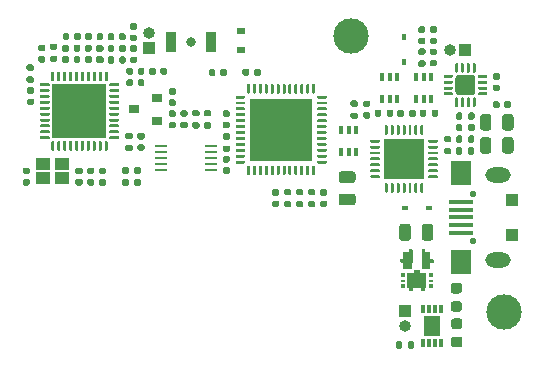
<source format=gbr>
%TF.GenerationSoftware,KiCad,Pcbnew,(5.1.9-0-10_14)*%
%TF.CreationDate,2021-10-29T13:13:03+02:00*%
%TF.ProjectId,Leo_muziekdoos,4c656f5f-6d75-47a6-9965-6b646f6f732e,rev?*%
%TF.SameCoordinates,Original*%
%TF.FileFunction,Soldermask,Top*%
%TF.FilePolarity,Negative*%
%FSLAX46Y46*%
G04 Gerber Fmt 4.6, Leading zero omitted, Abs format (unit mm)*
G04 Created by KiCad (PCBNEW (5.1.9-0-10_14)) date 2021-10-29 13:13:03*
%MOMM*%
%LPD*%
G01*
G04 APERTURE LIST*
%ADD10C,0.010000*%
%ADD11R,3.350000X3.350000*%
%ADD12R,4.600000X4.600000*%
%ADD13C,0.800000*%
%ADD14R,0.900000X1.700000*%
%ADD15R,1.100000X0.250000*%
%ADD16R,0.600000X0.450000*%
%ADD17C,0.100000*%
%ADD18R,0.400000X0.325000*%
%ADD19R,0.400000X0.200000*%
%ADD20R,0.400000X0.650000*%
%ADD21O,1.000000X1.000000*%
%ADD22R,1.000000X1.000000*%
%ADD23C,3.000000*%
%ADD24R,0.800000X0.550000*%
%ADD25R,2.150000X0.400000*%
%ADD26R,1.800000X2.000000*%
%ADD27O,2.150000X1.300000*%
%ADD28C,0.550000*%
%ADD29R,0.900000X0.800000*%
%ADD30R,5.300000X5.300000*%
%ADD31R,1.450000X1.750000*%
%ADD32R,0.300000X0.750000*%
%ADD33R,1.200000X1.000000*%
%ADD34R,0.450000X0.600000*%
G04 APERTURE END LIST*
D10*
%TO.C,U2*%
G36*
X73646000Y-84264200D02*
G01*
X73946000Y-84264200D01*
X73946000Y-83739200D01*
X74396000Y-83739200D01*
X74396000Y-83439200D01*
X74571000Y-83439200D01*
X74571000Y-84464200D01*
X73646000Y-84464200D01*
X73646000Y-84264200D01*
G37*
X73646000Y-84264200D02*
X73946000Y-84264200D01*
X73946000Y-83739200D01*
X74396000Y-83739200D01*
X74396000Y-83439200D01*
X74571000Y-83439200D01*
X74571000Y-84464200D01*
X73646000Y-84464200D01*
X73646000Y-84264200D01*
G36*
X75421000Y-83439200D02*
G01*
X75596000Y-83439200D01*
X75596000Y-83739200D01*
X76046000Y-83739200D01*
X76046000Y-84264200D01*
X76346000Y-84264200D01*
X76346000Y-84464200D01*
X75421000Y-84464200D01*
X75421000Y-83439200D01*
G37*
X75421000Y-83439200D02*
X75596000Y-83439200D01*
X75596000Y-83739200D01*
X76046000Y-83739200D01*
X76046000Y-84264200D01*
X76346000Y-84264200D01*
X76346000Y-84464200D01*
X75421000Y-84464200D01*
X75421000Y-83439200D01*
G36*
X75396000Y-86539200D02*
G01*
X74596000Y-86539200D01*
X74596000Y-86859200D01*
X74396000Y-86859200D01*
X74396000Y-86539200D01*
X74296000Y-86539200D01*
X74296000Y-85939200D01*
X75696000Y-85939200D01*
X75696000Y-86539200D01*
X75596000Y-86539200D01*
X75596000Y-86859200D01*
X75396000Y-86859200D01*
X75396000Y-86539200D01*
G37*
X75396000Y-86539200D02*
X74596000Y-86539200D01*
X74596000Y-86859200D01*
X74396000Y-86859200D01*
X74396000Y-86539200D01*
X74296000Y-86539200D01*
X74296000Y-85939200D01*
X75696000Y-85939200D01*
X75696000Y-86539200D01*
X75596000Y-86539200D01*
X75596000Y-86859200D01*
X75396000Y-86859200D01*
X75396000Y-86539200D01*
%TD*%
D11*
%TO.C,U10*%
X73914000Y-75742800D03*
G36*
G01*
X71801500Y-77367800D02*
X71126500Y-77367800D01*
G75*
G02*
X71064000Y-77305300I0J62500D01*
G01*
X71064000Y-77180300D01*
G75*
G02*
X71126500Y-77117800I62500J0D01*
G01*
X71801500Y-77117800D01*
G75*
G02*
X71864000Y-77180300I0J-62500D01*
G01*
X71864000Y-77305300D01*
G75*
G02*
X71801500Y-77367800I-62500J0D01*
G01*
G37*
G36*
G01*
X71801500Y-76867800D02*
X71126500Y-76867800D01*
G75*
G02*
X71064000Y-76805300I0J62500D01*
G01*
X71064000Y-76680300D01*
G75*
G02*
X71126500Y-76617800I62500J0D01*
G01*
X71801500Y-76617800D01*
G75*
G02*
X71864000Y-76680300I0J-62500D01*
G01*
X71864000Y-76805300D01*
G75*
G02*
X71801500Y-76867800I-62500J0D01*
G01*
G37*
G36*
G01*
X71801500Y-76367800D02*
X71126500Y-76367800D01*
G75*
G02*
X71064000Y-76305300I0J62500D01*
G01*
X71064000Y-76180300D01*
G75*
G02*
X71126500Y-76117800I62500J0D01*
G01*
X71801500Y-76117800D01*
G75*
G02*
X71864000Y-76180300I0J-62500D01*
G01*
X71864000Y-76305300D01*
G75*
G02*
X71801500Y-76367800I-62500J0D01*
G01*
G37*
G36*
G01*
X71801500Y-75867800D02*
X71126500Y-75867800D01*
G75*
G02*
X71064000Y-75805300I0J62500D01*
G01*
X71064000Y-75680300D01*
G75*
G02*
X71126500Y-75617800I62500J0D01*
G01*
X71801500Y-75617800D01*
G75*
G02*
X71864000Y-75680300I0J-62500D01*
G01*
X71864000Y-75805300D01*
G75*
G02*
X71801500Y-75867800I-62500J0D01*
G01*
G37*
G36*
G01*
X71801500Y-75367800D02*
X71126500Y-75367800D01*
G75*
G02*
X71064000Y-75305300I0J62500D01*
G01*
X71064000Y-75180300D01*
G75*
G02*
X71126500Y-75117800I62500J0D01*
G01*
X71801500Y-75117800D01*
G75*
G02*
X71864000Y-75180300I0J-62500D01*
G01*
X71864000Y-75305300D01*
G75*
G02*
X71801500Y-75367800I-62500J0D01*
G01*
G37*
G36*
G01*
X71801500Y-74867800D02*
X71126500Y-74867800D01*
G75*
G02*
X71064000Y-74805300I0J62500D01*
G01*
X71064000Y-74680300D01*
G75*
G02*
X71126500Y-74617800I62500J0D01*
G01*
X71801500Y-74617800D01*
G75*
G02*
X71864000Y-74680300I0J-62500D01*
G01*
X71864000Y-74805300D01*
G75*
G02*
X71801500Y-74867800I-62500J0D01*
G01*
G37*
G36*
G01*
X71801500Y-74367800D02*
X71126500Y-74367800D01*
G75*
G02*
X71064000Y-74305300I0J62500D01*
G01*
X71064000Y-74180300D01*
G75*
G02*
X71126500Y-74117800I62500J0D01*
G01*
X71801500Y-74117800D01*
G75*
G02*
X71864000Y-74180300I0J-62500D01*
G01*
X71864000Y-74305300D01*
G75*
G02*
X71801500Y-74367800I-62500J0D01*
G01*
G37*
G36*
G01*
X72476500Y-73692800D02*
X72351500Y-73692800D01*
G75*
G02*
X72289000Y-73630300I0J62500D01*
G01*
X72289000Y-72955300D01*
G75*
G02*
X72351500Y-72892800I62500J0D01*
G01*
X72476500Y-72892800D01*
G75*
G02*
X72539000Y-72955300I0J-62500D01*
G01*
X72539000Y-73630300D01*
G75*
G02*
X72476500Y-73692800I-62500J0D01*
G01*
G37*
G36*
G01*
X72976500Y-73692800D02*
X72851500Y-73692800D01*
G75*
G02*
X72789000Y-73630300I0J62500D01*
G01*
X72789000Y-72955300D01*
G75*
G02*
X72851500Y-72892800I62500J0D01*
G01*
X72976500Y-72892800D01*
G75*
G02*
X73039000Y-72955300I0J-62500D01*
G01*
X73039000Y-73630300D01*
G75*
G02*
X72976500Y-73692800I-62500J0D01*
G01*
G37*
G36*
G01*
X73476500Y-73692800D02*
X73351500Y-73692800D01*
G75*
G02*
X73289000Y-73630300I0J62500D01*
G01*
X73289000Y-72955300D01*
G75*
G02*
X73351500Y-72892800I62500J0D01*
G01*
X73476500Y-72892800D01*
G75*
G02*
X73539000Y-72955300I0J-62500D01*
G01*
X73539000Y-73630300D01*
G75*
G02*
X73476500Y-73692800I-62500J0D01*
G01*
G37*
G36*
G01*
X73976500Y-73692800D02*
X73851500Y-73692800D01*
G75*
G02*
X73789000Y-73630300I0J62500D01*
G01*
X73789000Y-72955300D01*
G75*
G02*
X73851500Y-72892800I62500J0D01*
G01*
X73976500Y-72892800D01*
G75*
G02*
X74039000Y-72955300I0J-62500D01*
G01*
X74039000Y-73630300D01*
G75*
G02*
X73976500Y-73692800I-62500J0D01*
G01*
G37*
G36*
G01*
X74476500Y-73692800D02*
X74351500Y-73692800D01*
G75*
G02*
X74289000Y-73630300I0J62500D01*
G01*
X74289000Y-72955300D01*
G75*
G02*
X74351500Y-72892800I62500J0D01*
G01*
X74476500Y-72892800D01*
G75*
G02*
X74539000Y-72955300I0J-62500D01*
G01*
X74539000Y-73630300D01*
G75*
G02*
X74476500Y-73692800I-62500J0D01*
G01*
G37*
G36*
G01*
X74976500Y-73692800D02*
X74851500Y-73692800D01*
G75*
G02*
X74789000Y-73630300I0J62500D01*
G01*
X74789000Y-72955300D01*
G75*
G02*
X74851500Y-72892800I62500J0D01*
G01*
X74976500Y-72892800D01*
G75*
G02*
X75039000Y-72955300I0J-62500D01*
G01*
X75039000Y-73630300D01*
G75*
G02*
X74976500Y-73692800I-62500J0D01*
G01*
G37*
G36*
G01*
X75476500Y-73692800D02*
X75351500Y-73692800D01*
G75*
G02*
X75289000Y-73630300I0J62500D01*
G01*
X75289000Y-72955300D01*
G75*
G02*
X75351500Y-72892800I62500J0D01*
G01*
X75476500Y-72892800D01*
G75*
G02*
X75539000Y-72955300I0J-62500D01*
G01*
X75539000Y-73630300D01*
G75*
G02*
X75476500Y-73692800I-62500J0D01*
G01*
G37*
G36*
G01*
X76701500Y-74367800D02*
X76026500Y-74367800D01*
G75*
G02*
X75964000Y-74305300I0J62500D01*
G01*
X75964000Y-74180300D01*
G75*
G02*
X76026500Y-74117800I62500J0D01*
G01*
X76701500Y-74117800D01*
G75*
G02*
X76764000Y-74180300I0J-62500D01*
G01*
X76764000Y-74305300D01*
G75*
G02*
X76701500Y-74367800I-62500J0D01*
G01*
G37*
G36*
G01*
X76701500Y-74867800D02*
X76026500Y-74867800D01*
G75*
G02*
X75964000Y-74805300I0J62500D01*
G01*
X75964000Y-74680300D01*
G75*
G02*
X76026500Y-74617800I62500J0D01*
G01*
X76701500Y-74617800D01*
G75*
G02*
X76764000Y-74680300I0J-62500D01*
G01*
X76764000Y-74805300D01*
G75*
G02*
X76701500Y-74867800I-62500J0D01*
G01*
G37*
G36*
G01*
X76701500Y-75367800D02*
X76026500Y-75367800D01*
G75*
G02*
X75964000Y-75305300I0J62500D01*
G01*
X75964000Y-75180300D01*
G75*
G02*
X76026500Y-75117800I62500J0D01*
G01*
X76701500Y-75117800D01*
G75*
G02*
X76764000Y-75180300I0J-62500D01*
G01*
X76764000Y-75305300D01*
G75*
G02*
X76701500Y-75367800I-62500J0D01*
G01*
G37*
G36*
G01*
X76701500Y-75867800D02*
X76026500Y-75867800D01*
G75*
G02*
X75964000Y-75805300I0J62500D01*
G01*
X75964000Y-75680300D01*
G75*
G02*
X76026500Y-75617800I62500J0D01*
G01*
X76701500Y-75617800D01*
G75*
G02*
X76764000Y-75680300I0J-62500D01*
G01*
X76764000Y-75805300D01*
G75*
G02*
X76701500Y-75867800I-62500J0D01*
G01*
G37*
G36*
G01*
X76701500Y-76367800D02*
X76026500Y-76367800D01*
G75*
G02*
X75964000Y-76305300I0J62500D01*
G01*
X75964000Y-76180300D01*
G75*
G02*
X76026500Y-76117800I62500J0D01*
G01*
X76701500Y-76117800D01*
G75*
G02*
X76764000Y-76180300I0J-62500D01*
G01*
X76764000Y-76305300D01*
G75*
G02*
X76701500Y-76367800I-62500J0D01*
G01*
G37*
G36*
G01*
X76701500Y-76867800D02*
X76026500Y-76867800D01*
G75*
G02*
X75964000Y-76805300I0J62500D01*
G01*
X75964000Y-76680300D01*
G75*
G02*
X76026500Y-76617800I62500J0D01*
G01*
X76701500Y-76617800D01*
G75*
G02*
X76764000Y-76680300I0J-62500D01*
G01*
X76764000Y-76805300D01*
G75*
G02*
X76701500Y-76867800I-62500J0D01*
G01*
G37*
G36*
G01*
X76701500Y-77367800D02*
X76026500Y-77367800D01*
G75*
G02*
X75964000Y-77305300I0J62500D01*
G01*
X75964000Y-77180300D01*
G75*
G02*
X76026500Y-77117800I62500J0D01*
G01*
X76701500Y-77117800D01*
G75*
G02*
X76764000Y-77180300I0J-62500D01*
G01*
X76764000Y-77305300D01*
G75*
G02*
X76701500Y-77367800I-62500J0D01*
G01*
G37*
G36*
G01*
X75476500Y-78592800D02*
X75351500Y-78592800D01*
G75*
G02*
X75289000Y-78530300I0J62500D01*
G01*
X75289000Y-77855300D01*
G75*
G02*
X75351500Y-77792800I62500J0D01*
G01*
X75476500Y-77792800D01*
G75*
G02*
X75539000Y-77855300I0J-62500D01*
G01*
X75539000Y-78530300D01*
G75*
G02*
X75476500Y-78592800I-62500J0D01*
G01*
G37*
G36*
G01*
X74976500Y-78592800D02*
X74851500Y-78592800D01*
G75*
G02*
X74789000Y-78530300I0J62500D01*
G01*
X74789000Y-77855300D01*
G75*
G02*
X74851500Y-77792800I62500J0D01*
G01*
X74976500Y-77792800D01*
G75*
G02*
X75039000Y-77855300I0J-62500D01*
G01*
X75039000Y-78530300D01*
G75*
G02*
X74976500Y-78592800I-62500J0D01*
G01*
G37*
G36*
G01*
X74476500Y-78592800D02*
X74351500Y-78592800D01*
G75*
G02*
X74289000Y-78530300I0J62500D01*
G01*
X74289000Y-77855300D01*
G75*
G02*
X74351500Y-77792800I62500J0D01*
G01*
X74476500Y-77792800D01*
G75*
G02*
X74539000Y-77855300I0J-62500D01*
G01*
X74539000Y-78530300D01*
G75*
G02*
X74476500Y-78592800I-62500J0D01*
G01*
G37*
G36*
G01*
X73976500Y-78592800D02*
X73851500Y-78592800D01*
G75*
G02*
X73789000Y-78530300I0J62500D01*
G01*
X73789000Y-77855300D01*
G75*
G02*
X73851500Y-77792800I62500J0D01*
G01*
X73976500Y-77792800D01*
G75*
G02*
X74039000Y-77855300I0J-62500D01*
G01*
X74039000Y-78530300D01*
G75*
G02*
X73976500Y-78592800I-62500J0D01*
G01*
G37*
G36*
G01*
X73476500Y-78592800D02*
X73351500Y-78592800D01*
G75*
G02*
X73289000Y-78530300I0J62500D01*
G01*
X73289000Y-77855300D01*
G75*
G02*
X73351500Y-77792800I62500J0D01*
G01*
X73476500Y-77792800D01*
G75*
G02*
X73539000Y-77855300I0J-62500D01*
G01*
X73539000Y-78530300D01*
G75*
G02*
X73476500Y-78592800I-62500J0D01*
G01*
G37*
G36*
G01*
X72976500Y-78592800D02*
X72851500Y-78592800D01*
G75*
G02*
X72789000Y-78530300I0J62500D01*
G01*
X72789000Y-77855300D01*
G75*
G02*
X72851500Y-77792800I62500J0D01*
G01*
X72976500Y-77792800D01*
G75*
G02*
X73039000Y-77855300I0J-62500D01*
G01*
X73039000Y-78530300D01*
G75*
G02*
X72976500Y-78592800I-62500J0D01*
G01*
G37*
G36*
G01*
X72476500Y-78592800D02*
X72351500Y-78592800D01*
G75*
G02*
X72289000Y-78530300I0J62500D01*
G01*
X72289000Y-77855300D01*
G75*
G02*
X72351500Y-77792800I62500J0D01*
G01*
X72476500Y-77792800D01*
G75*
G02*
X72539000Y-77855300I0J-62500D01*
G01*
X72539000Y-78530300D01*
G75*
G02*
X72476500Y-78592800I-62500J0D01*
G01*
G37*
%TD*%
D12*
%TO.C,U3*%
X46431200Y-71704200D03*
G36*
G01*
X49018700Y-69329200D02*
X49718700Y-69329200D01*
G75*
G02*
X49781200Y-69391700I0J-62500D01*
G01*
X49781200Y-69516700D01*
G75*
G02*
X49718700Y-69579200I-62500J0D01*
G01*
X49018700Y-69579200D01*
G75*
G02*
X48956200Y-69516700I0J62500D01*
G01*
X48956200Y-69391700D01*
G75*
G02*
X49018700Y-69329200I62500J0D01*
G01*
G37*
G36*
G01*
X49018700Y-69829200D02*
X49718700Y-69829200D01*
G75*
G02*
X49781200Y-69891700I0J-62500D01*
G01*
X49781200Y-70016700D01*
G75*
G02*
X49718700Y-70079200I-62500J0D01*
G01*
X49018700Y-70079200D01*
G75*
G02*
X48956200Y-70016700I0J62500D01*
G01*
X48956200Y-69891700D01*
G75*
G02*
X49018700Y-69829200I62500J0D01*
G01*
G37*
G36*
G01*
X49018700Y-70329200D02*
X49718700Y-70329200D01*
G75*
G02*
X49781200Y-70391700I0J-62500D01*
G01*
X49781200Y-70516700D01*
G75*
G02*
X49718700Y-70579200I-62500J0D01*
G01*
X49018700Y-70579200D01*
G75*
G02*
X48956200Y-70516700I0J62500D01*
G01*
X48956200Y-70391700D01*
G75*
G02*
X49018700Y-70329200I62500J0D01*
G01*
G37*
G36*
G01*
X49018700Y-70829200D02*
X49718700Y-70829200D01*
G75*
G02*
X49781200Y-70891700I0J-62500D01*
G01*
X49781200Y-71016700D01*
G75*
G02*
X49718700Y-71079200I-62500J0D01*
G01*
X49018700Y-71079200D01*
G75*
G02*
X48956200Y-71016700I0J62500D01*
G01*
X48956200Y-70891700D01*
G75*
G02*
X49018700Y-70829200I62500J0D01*
G01*
G37*
G36*
G01*
X49018700Y-71329200D02*
X49718700Y-71329200D01*
G75*
G02*
X49781200Y-71391700I0J-62500D01*
G01*
X49781200Y-71516700D01*
G75*
G02*
X49718700Y-71579200I-62500J0D01*
G01*
X49018700Y-71579200D01*
G75*
G02*
X48956200Y-71516700I0J62500D01*
G01*
X48956200Y-71391700D01*
G75*
G02*
X49018700Y-71329200I62500J0D01*
G01*
G37*
G36*
G01*
X49018700Y-71829200D02*
X49718700Y-71829200D01*
G75*
G02*
X49781200Y-71891700I0J-62500D01*
G01*
X49781200Y-72016700D01*
G75*
G02*
X49718700Y-72079200I-62500J0D01*
G01*
X49018700Y-72079200D01*
G75*
G02*
X48956200Y-72016700I0J62500D01*
G01*
X48956200Y-71891700D01*
G75*
G02*
X49018700Y-71829200I62500J0D01*
G01*
G37*
G36*
G01*
X49018700Y-72329200D02*
X49718700Y-72329200D01*
G75*
G02*
X49781200Y-72391700I0J-62500D01*
G01*
X49781200Y-72516700D01*
G75*
G02*
X49718700Y-72579200I-62500J0D01*
G01*
X49018700Y-72579200D01*
G75*
G02*
X48956200Y-72516700I0J62500D01*
G01*
X48956200Y-72391700D01*
G75*
G02*
X49018700Y-72329200I62500J0D01*
G01*
G37*
G36*
G01*
X49018700Y-72829200D02*
X49718700Y-72829200D01*
G75*
G02*
X49781200Y-72891700I0J-62500D01*
G01*
X49781200Y-73016700D01*
G75*
G02*
X49718700Y-73079200I-62500J0D01*
G01*
X49018700Y-73079200D01*
G75*
G02*
X48956200Y-73016700I0J62500D01*
G01*
X48956200Y-72891700D01*
G75*
G02*
X49018700Y-72829200I62500J0D01*
G01*
G37*
G36*
G01*
X49018700Y-73329200D02*
X49718700Y-73329200D01*
G75*
G02*
X49781200Y-73391700I0J-62500D01*
G01*
X49781200Y-73516700D01*
G75*
G02*
X49718700Y-73579200I-62500J0D01*
G01*
X49018700Y-73579200D01*
G75*
G02*
X48956200Y-73516700I0J62500D01*
G01*
X48956200Y-73391700D01*
G75*
G02*
X49018700Y-73329200I62500J0D01*
G01*
G37*
G36*
G01*
X49018700Y-73829200D02*
X49718700Y-73829200D01*
G75*
G02*
X49781200Y-73891700I0J-62500D01*
G01*
X49781200Y-74016700D01*
G75*
G02*
X49718700Y-74079200I-62500J0D01*
G01*
X49018700Y-74079200D01*
G75*
G02*
X48956200Y-74016700I0J62500D01*
G01*
X48956200Y-73891700D01*
G75*
G02*
X49018700Y-73829200I62500J0D01*
G01*
G37*
G36*
G01*
X48618700Y-74229200D02*
X48743700Y-74229200D01*
G75*
G02*
X48806200Y-74291700I0J-62500D01*
G01*
X48806200Y-74991700D01*
G75*
G02*
X48743700Y-75054200I-62500J0D01*
G01*
X48618700Y-75054200D01*
G75*
G02*
X48556200Y-74991700I0J62500D01*
G01*
X48556200Y-74291700D01*
G75*
G02*
X48618700Y-74229200I62500J0D01*
G01*
G37*
G36*
G01*
X48118700Y-74229200D02*
X48243700Y-74229200D01*
G75*
G02*
X48306200Y-74291700I0J-62500D01*
G01*
X48306200Y-74991700D01*
G75*
G02*
X48243700Y-75054200I-62500J0D01*
G01*
X48118700Y-75054200D01*
G75*
G02*
X48056200Y-74991700I0J62500D01*
G01*
X48056200Y-74291700D01*
G75*
G02*
X48118700Y-74229200I62500J0D01*
G01*
G37*
G36*
G01*
X47618700Y-74229200D02*
X47743700Y-74229200D01*
G75*
G02*
X47806200Y-74291700I0J-62500D01*
G01*
X47806200Y-74991700D01*
G75*
G02*
X47743700Y-75054200I-62500J0D01*
G01*
X47618700Y-75054200D01*
G75*
G02*
X47556200Y-74991700I0J62500D01*
G01*
X47556200Y-74291700D01*
G75*
G02*
X47618700Y-74229200I62500J0D01*
G01*
G37*
G36*
G01*
X47118700Y-74229200D02*
X47243700Y-74229200D01*
G75*
G02*
X47306200Y-74291700I0J-62500D01*
G01*
X47306200Y-74991700D01*
G75*
G02*
X47243700Y-75054200I-62500J0D01*
G01*
X47118700Y-75054200D01*
G75*
G02*
X47056200Y-74991700I0J62500D01*
G01*
X47056200Y-74291700D01*
G75*
G02*
X47118700Y-74229200I62500J0D01*
G01*
G37*
G36*
G01*
X46618700Y-74229200D02*
X46743700Y-74229200D01*
G75*
G02*
X46806200Y-74291700I0J-62500D01*
G01*
X46806200Y-74991700D01*
G75*
G02*
X46743700Y-75054200I-62500J0D01*
G01*
X46618700Y-75054200D01*
G75*
G02*
X46556200Y-74991700I0J62500D01*
G01*
X46556200Y-74291700D01*
G75*
G02*
X46618700Y-74229200I62500J0D01*
G01*
G37*
G36*
G01*
X46118700Y-74229200D02*
X46243700Y-74229200D01*
G75*
G02*
X46306200Y-74291700I0J-62500D01*
G01*
X46306200Y-74991700D01*
G75*
G02*
X46243700Y-75054200I-62500J0D01*
G01*
X46118700Y-75054200D01*
G75*
G02*
X46056200Y-74991700I0J62500D01*
G01*
X46056200Y-74291700D01*
G75*
G02*
X46118700Y-74229200I62500J0D01*
G01*
G37*
G36*
G01*
X45618700Y-74229200D02*
X45743700Y-74229200D01*
G75*
G02*
X45806200Y-74291700I0J-62500D01*
G01*
X45806200Y-74991700D01*
G75*
G02*
X45743700Y-75054200I-62500J0D01*
G01*
X45618700Y-75054200D01*
G75*
G02*
X45556200Y-74991700I0J62500D01*
G01*
X45556200Y-74291700D01*
G75*
G02*
X45618700Y-74229200I62500J0D01*
G01*
G37*
G36*
G01*
X45118700Y-74229200D02*
X45243700Y-74229200D01*
G75*
G02*
X45306200Y-74291700I0J-62500D01*
G01*
X45306200Y-74991700D01*
G75*
G02*
X45243700Y-75054200I-62500J0D01*
G01*
X45118700Y-75054200D01*
G75*
G02*
X45056200Y-74991700I0J62500D01*
G01*
X45056200Y-74291700D01*
G75*
G02*
X45118700Y-74229200I62500J0D01*
G01*
G37*
G36*
G01*
X44618700Y-74229200D02*
X44743700Y-74229200D01*
G75*
G02*
X44806200Y-74291700I0J-62500D01*
G01*
X44806200Y-74991700D01*
G75*
G02*
X44743700Y-75054200I-62500J0D01*
G01*
X44618700Y-75054200D01*
G75*
G02*
X44556200Y-74991700I0J62500D01*
G01*
X44556200Y-74291700D01*
G75*
G02*
X44618700Y-74229200I62500J0D01*
G01*
G37*
G36*
G01*
X44118700Y-74229200D02*
X44243700Y-74229200D01*
G75*
G02*
X44306200Y-74291700I0J-62500D01*
G01*
X44306200Y-74991700D01*
G75*
G02*
X44243700Y-75054200I-62500J0D01*
G01*
X44118700Y-75054200D01*
G75*
G02*
X44056200Y-74991700I0J62500D01*
G01*
X44056200Y-74291700D01*
G75*
G02*
X44118700Y-74229200I62500J0D01*
G01*
G37*
G36*
G01*
X43143700Y-73829200D02*
X43843700Y-73829200D01*
G75*
G02*
X43906200Y-73891700I0J-62500D01*
G01*
X43906200Y-74016700D01*
G75*
G02*
X43843700Y-74079200I-62500J0D01*
G01*
X43143700Y-74079200D01*
G75*
G02*
X43081200Y-74016700I0J62500D01*
G01*
X43081200Y-73891700D01*
G75*
G02*
X43143700Y-73829200I62500J0D01*
G01*
G37*
G36*
G01*
X43143700Y-73329200D02*
X43843700Y-73329200D01*
G75*
G02*
X43906200Y-73391700I0J-62500D01*
G01*
X43906200Y-73516700D01*
G75*
G02*
X43843700Y-73579200I-62500J0D01*
G01*
X43143700Y-73579200D01*
G75*
G02*
X43081200Y-73516700I0J62500D01*
G01*
X43081200Y-73391700D01*
G75*
G02*
X43143700Y-73329200I62500J0D01*
G01*
G37*
G36*
G01*
X43143700Y-72829200D02*
X43843700Y-72829200D01*
G75*
G02*
X43906200Y-72891700I0J-62500D01*
G01*
X43906200Y-73016700D01*
G75*
G02*
X43843700Y-73079200I-62500J0D01*
G01*
X43143700Y-73079200D01*
G75*
G02*
X43081200Y-73016700I0J62500D01*
G01*
X43081200Y-72891700D01*
G75*
G02*
X43143700Y-72829200I62500J0D01*
G01*
G37*
G36*
G01*
X43143700Y-72329200D02*
X43843700Y-72329200D01*
G75*
G02*
X43906200Y-72391700I0J-62500D01*
G01*
X43906200Y-72516700D01*
G75*
G02*
X43843700Y-72579200I-62500J0D01*
G01*
X43143700Y-72579200D01*
G75*
G02*
X43081200Y-72516700I0J62500D01*
G01*
X43081200Y-72391700D01*
G75*
G02*
X43143700Y-72329200I62500J0D01*
G01*
G37*
G36*
G01*
X43143700Y-71829200D02*
X43843700Y-71829200D01*
G75*
G02*
X43906200Y-71891700I0J-62500D01*
G01*
X43906200Y-72016700D01*
G75*
G02*
X43843700Y-72079200I-62500J0D01*
G01*
X43143700Y-72079200D01*
G75*
G02*
X43081200Y-72016700I0J62500D01*
G01*
X43081200Y-71891700D01*
G75*
G02*
X43143700Y-71829200I62500J0D01*
G01*
G37*
G36*
G01*
X43143700Y-71329200D02*
X43843700Y-71329200D01*
G75*
G02*
X43906200Y-71391700I0J-62500D01*
G01*
X43906200Y-71516700D01*
G75*
G02*
X43843700Y-71579200I-62500J0D01*
G01*
X43143700Y-71579200D01*
G75*
G02*
X43081200Y-71516700I0J62500D01*
G01*
X43081200Y-71391700D01*
G75*
G02*
X43143700Y-71329200I62500J0D01*
G01*
G37*
G36*
G01*
X43143700Y-70829200D02*
X43843700Y-70829200D01*
G75*
G02*
X43906200Y-70891700I0J-62500D01*
G01*
X43906200Y-71016700D01*
G75*
G02*
X43843700Y-71079200I-62500J0D01*
G01*
X43143700Y-71079200D01*
G75*
G02*
X43081200Y-71016700I0J62500D01*
G01*
X43081200Y-70891700D01*
G75*
G02*
X43143700Y-70829200I62500J0D01*
G01*
G37*
G36*
G01*
X43143700Y-70329200D02*
X43843700Y-70329200D01*
G75*
G02*
X43906200Y-70391700I0J-62500D01*
G01*
X43906200Y-70516700D01*
G75*
G02*
X43843700Y-70579200I-62500J0D01*
G01*
X43143700Y-70579200D01*
G75*
G02*
X43081200Y-70516700I0J62500D01*
G01*
X43081200Y-70391700D01*
G75*
G02*
X43143700Y-70329200I62500J0D01*
G01*
G37*
G36*
G01*
X43143700Y-69829200D02*
X43843700Y-69829200D01*
G75*
G02*
X43906200Y-69891700I0J-62500D01*
G01*
X43906200Y-70016700D01*
G75*
G02*
X43843700Y-70079200I-62500J0D01*
G01*
X43143700Y-70079200D01*
G75*
G02*
X43081200Y-70016700I0J62500D01*
G01*
X43081200Y-69891700D01*
G75*
G02*
X43143700Y-69829200I62500J0D01*
G01*
G37*
G36*
G01*
X43143700Y-69329200D02*
X43843700Y-69329200D01*
G75*
G02*
X43906200Y-69391700I0J-62500D01*
G01*
X43906200Y-69516700D01*
G75*
G02*
X43843700Y-69579200I-62500J0D01*
G01*
X43143700Y-69579200D01*
G75*
G02*
X43081200Y-69516700I0J62500D01*
G01*
X43081200Y-69391700D01*
G75*
G02*
X43143700Y-69329200I62500J0D01*
G01*
G37*
G36*
G01*
X44118700Y-68354200D02*
X44243700Y-68354200D01*
G75*
G02*
X44306200Y-68416700I0J-62500D01*
G01*
X44306200Y-69116700D01*
G75*
G02*
X44243700Y-69179200I-62500J0D01*
G01*
X44118700Y-69179200D01*
G75*
G02*
X44056200Y-69116700I0J62500D01*
G01*
X44056200Y-68416700D01*
G75*
G02*
X44118700Y-68354200I62500J0D01*
G01*
G37*
G36*
G01*
X44618700Y-68354200D02*
X44743700Y-68354200D01*
G75*
G02*
X44806200Y-68416700I0J-62500D01*
G01*
X44806200Y-69116700D01*
G75*
G02*
X44743700Y-69179200I-62500J0D01*
G01*
X44618700Y-69179200D01*
G75*
G02*
X44556200Y-69116700I0J62500D01*
G01*
X44556200Y-68416700D01*
G75*
G02*
X44618700Y-68354200I62500J0D01*
G01*
G37*
G36*
G01*
X45118700Y-68354200D02*
X45243700Y-68354200D01*
G75*
G02*
X45306200Y-68416700I0J-62500D01*
G01*
X45306200Y-69116700D01*
G75*
G02*
X45243700Y-69179200I-62500J0D01*
G01*
X45118700Y-69179200D01*
G75*
G02*
X45056200Y-69116700I0J62500D01*
G01*
X45056200Y-68416700D01*
G75*
G02*
X45118700Y-68354200I62500J0D01*
G01*
G37*
G36*
G01*
X45618700Y-68354200D02*
X45743700Y-68354200D01*
G75*
G02*
X45806200Y-68416700I0J-62500D01*
G01*
X45806200Y-69116700D01*
G75*
G02*
X45743700Y-69179200I-62500J0D01*
G01*
X45618700Y-69179200D01*
G75*
G02*
X45556200Y-69116700I0J62500D01*
G01*
X45556200Y-68416700D01*
G75*
G02*
X45618700Y-68354200I62500J0D01*
G01*
G37*
G36*
G01*
X46118700Y-68354200D02*
X46243700Y-68354200D01*
G75*
G02*
X46306200Y-68416700I0J-62500D01*
G01*
X46306200Y-69116700D01*
G75*
G02*
X46243700Y-69179200I-62500J0D01*
G01*
X46118700Y-69179200D01*
G75*
G02*
X46056200Y-69116700I0J62500D01*
G01*
X46056200Y-68416700D01*
G75*
G02*
X46118700Y-68354200I62500J0D01*
G01*
G37*
G36*
G01*
X46618700Y-68354200D02*
X46743700Y-68354200D01*
G75*
G02*
X46806200Y-68416700I0J-62500D01*
G01*
X46806200Y-69116700D01*
G75*
G02*
X46743700Y-69179200I-62500J0D01*
G01*
X46618700Y-69179200D01*
G75*
G02*
X46556200Y-69116700I0J62500D01*
G01*
X46556200Y-68416700D01*
G75*
G02*
X46618700Y-68354200I62500J0D01*
G01*
G37*
G36*
G01*
X47118700Y-68354200D02*
X47243700Y-68354200D01*
G75*
G02*
X47306200Y-68416700I0J-62500D01*
G01*
X47306200Y-69116700D01*
G75*
G02*
X47243700Y-69179200I-62500J0D01*
G01*
X47118700Y-69179200D01*
G75*
G02*
X47056200Y-69116700I0J62500D01*
G01*
X47056200Y-68416700D01*
G75*
G02*
X47118700Y-68354200I62500J0D01*
G01*
G37*
G36*
G01*
X47618700Y-68354200D02*
X47743700Y-68354200D01*
G75*
G02*
X47806200Y-68416700I0J-62500D01*
G01*
X47806200Y-69116700D01*
G75*
G02*
X47743700Y-69179200I-62500J0D01*
G01*
X47618700Y-69179200D01*
G75*
G02*
X47556200Y-69116700I0J62500D01*
G01*
X47556200Y-68416700D01*
G75*
G02*
X47618700Y-68354200I62500J0D01*
G01*
G37*
G36*
G01*
X48118700Y-68354200D02*
X48243700Y-68354200D01*
G75*
G02*
X48306200Y-68416700I0J-62500D01*
G01*
X48306200Y-69116700D01*
G75*
G02*
X48243700Y-69179200I-62500J0D01*
G01*
X48118700Y-69179200D01*
G75*
G02*
X48056200Y-69116700I0J62500D01*
G01*
X48056200Y-68416700D01*
G75*
G02*
X48118700Y-68354200I62500J0D01*
G01*
G37*
G36*
G01*
X48618700Y-68354200D02*
X48743700Y-68354200D01*
G75*
G02*
X48806200Y-68416700I0J-62500D01*
G01*
X48806200Y-69116700D01*
G75*
G02*
X48743700Y-69179200I-62500J0D01*
G01*
X48618700Y-69179200D01*
G75*
G02*
X48556200Y-69116700I0J62500D01*
G01*
X48556200Y-68416700D01*
G75*
G02*
X48618700Y-68354200I62500J0D01*
G01*
G37*
%TD*%
%TO.C,C37*%
G36*
G01*
X68613000Y-78682000D02*
X69563000Y-78682000D01*
G75*
G02*
X69813000Y-78932000I0J-250000D01*
G01*
X69813000Y-79432000D01*
G75*
G02*
X69563000Y-79682000I-250000J0D01*
G01*
X68613000Y-79682000D01*
G75*
G02*
X68363000Y-79432000I0J250000D01*
G01*
X68363000Y-78932000D01*
G75*
G02*
X68613000Y-78682000I250000J0D01*
G01*
G37*
G36*
G01*
X68613000Y-76782000D02*
X69563000Y-76782000D01*
G75*
G02*
X69813000Y-77032000I0J-250000D01*
G01*
X69813000Y-77532000D01*
G75*
G02*
X69563000Y-77782000I-250000J0D01*
G01*
X68613000Y-77782000D01*
G75*
G02*
X68363000Y-77532000I0J250000D01*
G01*
X68363000Y-77032000D01*
G75*
G02*
X68613000Y-76782000I250000J0D01*
G01*
G37*
%TD*%
%TO.C,R22*%
G36*
G01*
X66275800Y-78830200D02*
X65905800Y-78830200D01*
G75*
G02*
X65770800Y-78695200I0J135000D01*
G01*
X65770800Y-78425200D01*
G75*
G02*
X65905800Y-78290200I135000J0D01*
G01*
X66275800Y-78290200D01*
G75*
G02*
X66410800Y-78425200I0J-135000D01*
G01*
X66410800Y-78695200D01*
G75*
G02*
X66275800Y-78830200I-135000J0D01*
G01*
G37*
G36*
G01*
X66275800Y-79850200D02*
X65905800Y-79850200D01*
G75*
G02*
X65770800Y-79715200I0J135000D01*
G01*
X65770800Y-79445200D01*
G75*
G02*
X65905800Y-79310200I135000J0D01*
G01*
X66275800Y-79310200D01*
G75*
G02*
X66410800Y-79445200I0J-135000D01*
G01*
X66410800Y-79715200D01*
G75*
G02*
X66275800Y-79850200I-135000J0D01*
G01*
G37*
%TD*%
D13*
%TO.C,SW1*%
X55890000Y-65836800D03*
D14*
X57590000Y-65836800D03*
X54190000Y-65836800D03*
%TD*%
%TO.C,C36*%
G36*
G01*
X52886000Y-68156000D02*
X52886000Y-68496000D01*
G75*
G02*
X52746000Y-68636000I-140000J0D01*
G01*
X52466000Y-68636000D01*
G75*
G02*
X52326000Y-68496000I0J140000D01*
G01*
X52326000Y-68156000D01*
G75*
G02*
X52466000Y-68016000I140000J0D01*
G01*
X52746000Y-68016000D01*
G75*
G02*
X52886000Y-68156000I0J-140000D01*
G01*
G37*
G36*
G01*
X53846000Y-68156000D02*
X53846000Y-68496000D01*
G75*
G02*
X53706000Y-68636000I-140000J0D01*
G01*
X53426000Y-68636000D01*
G75*
G02*
X53286000Y-68496000I0J140000D01*
G01*
X53286000Y-68156000D01*
G75*
G02*
X53426000Y-68016000I140000J0D01*
G01*
X53706000Y-68016000D01*
G75*
G02*
X53846000Y-68156000I0J-140000D01*
G01*
G37*
%TD*%
%TO.C,C18*%
G36*
G01*
X51808200Y-74107700D02*
X51468200Y-74107700D01*
G75*
G02*
X51328200Y-73967700I0J140000D01*
G01*
X51328200Y-73687700D01*
G75*
G02*
X51468200Y-73547700I140000J0D01*
G01*
X51808200Y-73547700D01*
G75*
G02*
X51948200Y-73687700I0J-140000D01*
G01*
X51948200Y-73967700D01*
G75*
G02*
X51808200Y-74107700I-140000J0D01*
G01*
G37*
G36*
G01*
X51808200Y-75067700D02*
X51468200Y-75067700D01*
G75*
G02*
X51328200Y-74927700I0J140000D01*
G01*
X51328200Y-74647700D01*
G75*
G02*
X51468200Y-74507700I140000J0D01*
G01*
X51808200Y-74507700D01*
G75*
G02*
X51948200Y-74647700I0J-140000D01*
G01*
X51948200Y-74927700D01*
G75*
G02*
X51808200Y-75067700I-140000J0D01*
G01*
G37*
%TD*%
D15*
%TO.C,U6*%
X53298200Y-76641200D03*
X53298200Y-76141200D03*
X53298200Y-75641200D03*
X53298200Y-75141200D03*
X53298200Y-74641200D03*
X57598200Y-74641200D03*
X57598200Y-75141200D03*
X57598200Y-75641200D03*
X57598200Y-76141200D03*
X57598200Y-76641200D03*
%TD*%
%TO.C,R17*%
G36*
G01*
X42067900Y-68756500D02*
X42437900Y-68756500D01*
G75*
G02*
X42572900Y-68891500I0J-135000D01*
G01*
X42572900Y-69161500D01*
G75*
G02*
X42437900Y-69296500I-135000J0D01*
G01*
X42067900Y-69296500D01*
G75*
G02*
X41932900Y-69161500I0J135000D01*
G01*
X41932900Y-68891500D01*
G75*
G02*
X42067900Y-68756500I135000J0D01*
G01*
G37*
G36*
G01*
X42067900Y-67736500D02*
X42437900Y-67736500D01*
G75*
G02*
X42572900Y-67871500I0J-135000D01*
G01*
X42572900Y-68141500D01*
G75*
G02*
X42437900Y-68276500I-135000J0D01*
G01*
X42067900Y-68276500D01*
G75*
G02*
X41932900Y-68141500I0J135000D01*
G01*
X41932900Y-67871500D01*
G75*
G02*
X42067900Y-67736500I135000J0D01*
G01*
G37*
%TD*%
%TO.C,R15*%
G36*
G01*
X44049100Y-67003900D02*
X44419100Y-67003900D01*
G75*
G02*
X44554100Y-67138900I0J-135000D01*
G01*
X44554100Y-67408900D01*
G75*
G02*
X44419100Y-67543900I-135000J0D01*
G01*
X44049100Y-67543900D01*
G75*
G02*
X43914100Y-67408900I0J135000D01*
G01*
X43914100Y-67138900D01*
G75*
G02*
X44049100Y-67003900I135000J0D01*
G01*
G37*
G36*
G01*
X44049100Y-65983900D02*
X44419100Y-65983900D01*
G75*
G02*
X44554100Y-66118900I0J-135000D01*
G01*
X44554100Y-66388900D01*
G75*
G02*
X44419100Y-66523900I-135000J0D01*
G01*
X44049100Y-66523900D01*
G75*
G02*
X43914100Y-66388900I0J135000D01*
G01*
X43914100Y-66118900D01*
G75*
G02*
X44049100Y-65983900I135000J0D01*
G01*
G37*
%TD*%
%TO.C,R12*%
G36*
G01*
X50449900Y-74535000D02*
X50819900Y-74535000D01*
G75*
G02*
X50954900Y-74670000I0J-135000D01*
G01*
X50954900Y-74940000D01*
G75*
G02*
X50819900Y-75075000I-135000J0D01*
G01*
X50449900Y-75075000D01*
G75*
G02*
X50314900Y-74940000I0J135000D01*
G01*
X50314900Y-74670000D01*
G75*
G02*
X50449900Y-74535000I135000J0D01*
G01*
G37*
G36*
G01*
X50449900Y-73515000D02*
X50819900Y-73515000D01*
G75*
G02*
X50954900Y-73650000I0J-135000D01*
G01*
X50954900Y-73920000D01*
G75*
G02*
X50819900Y-74055000I-135000J0D01*
G01*
X50449900Y-74055000D01*
G75*
G02*
X50314900Y-73920000I0J135000D01*
G01*
X50314900Y-73650000D01*
G75*
G02*
X50449900Y-73515000I135000J0D01*
G01*
G37*
%TD*%
%TO.C,L2*%
G36*
G01*
X45077600Y-67055500D02*
X45422600Y-67055500D01*
G75*
G02*
X45570100Y-67203000I0J-147500D01*
G01*
X45570100Y-67498000D01*
G75*
G02*
X45422600Y-67645500I-147500J0D01*
G01*
X45077600Y-67645500D01*
G75*
G02*
X44930100Y-67498000I0J147500D01*
G01*
X44930100Y-67203000D01*
G75*
G02*
X45077600Y-67055500I147500J0D01*
G01*
G37*
G36*
G01*
X45077600Y-66085500D02*
X45422600Y-66085500D01*
G75*
G02*
X45570100Y-66233000I0J-147500D01*
G01*
X45570100Y-66528000D01*
G75*
G02*
X45422600Y-66675500I-147500J0D01*
G01*
X45077600Y-66675500D01*
G75*
G02*
X44930100Y-66528000I0J147500D01*
G01*
X44930100Y-66233000D01*
G75*
G02*
X45077600Y-66085500I147500J0D01*
G01*
G37*
%TD*%
%TO.C,L1*%
G36*
G01*
X47973200Y-67055500D02*
X48318200Y-67055500D01*
G75*
G02*
X48465700Y-67203000I0J-147500D01*
G01*
X48465700Y-67498000D01*
G75*
G02*
X48318200Y-67645500I-147500J0D01*
G01*
X47973200Y-67645500D01*
G75*
G02*
X47825700Y-67498000I0J147500D01*
G01*
X47825700Y-67203000D01*
G75*
G02*
X47973200Y-67055500I147500J0D01*
G01*
G37*
G36*
G01*
X47973200Y-66085500D02*
X48318200Y-66085500D01*
G75*
G02*
X48465700Y-66233000I0J-147500D01*
G01*
X48465700Y-66528000D01*
G75*
G02*
X48318200Y-66675500I-147500J0D01*
G01*
X47973200Y-66675500D01*
G75*
G02*
X47825700Y-66528000I0J147500D01*
G01*
X47825700Y-66233000D01*
G75*
G02*
X47973200Y-66085500I147500J0D01*
G01*
G37*
%TD*%
%TO.C,C31*%
G36*
G01*
X42121000Y-70634200D02*
X42461000Y-70634200D01*
G75*
G02*
X42601000Y-70774200I0J-140000D01*
G01*
X42601000Y-71054200D01*
G75*
G02*
X42461000Y-71194200I-140000J0D01*
G01*
X42121000Y-71194200D01*
G75*
G02*
X41981000Y-71054200I0J140000D01*
G01*
X41981000Y-70774200D01*
G75*
G02*
X42121000Y-70634200I140000J0D01*
G01*
G37*
G36*
G01*
X42121000Y-69674200D02*
X42461000Y-69674200D01*
G75*
G02*
X42601000Y-69814200I0J-140000D01*
G01*
X42601000Y-70094200D01*
G75*
G02*
X42461000Y-70234200I-140000J0D01*
G01*
X42121000Y-70234200D01*
G75*
G02*
X41981000Y-70094200I0J140000D01*
G01*
X41981000Y-69814200D01*
G75*
G02*
X42121000Y-69674200I140000J0D01*
G01*
G37*
%TD*%
%TO.C,C30*%
G36*
G01*
X49793500Y-67530800D02*
X49793500Y-67190800D01*
G75*
G02*
X49933500Y-67050800I140000J0D01*
G01*
X50213500Y-67050800D01*
G75*
G02*
X50353500Y-67190800I0J-140000D01*
G01*
X50353500Y-67530800D01*
G75*
G02*
X50213500Y-67670800I-140000J0D01*
G01*
X49933500Y-67670800D01*
G75*
G02*
X49793500Y-67530800I0J140000D01*
G01*
G37*
G36*
G01*
X48833500Y-67530800D02*
X48833500Y-67190800D01*
G75*
G02*
X48973500Y-67050800I140000J0D01*
G01*
X49253500Y-67050800D01*
G75*
G02*
X49393500Y-67190800I0J-140000D01*
G01*
X49393500Y-67530800D01*
G75*
G02*
X49253500Y-67670800I-140000J0D01*
G01*
X48973500Y-67670800D01*
G75*
G02*
X48833500Y-67530800I0J140000D01*
G01*
G37*
%TD*%
%TO.C,C25*%
G36*
G01*
X50833200Y-65211300D02*
X51173200Y-65211300D01*
G75*
G02*
X51313200Y-65351300I0J-140000D01*
G01*
X51313200Y-65631300D01*
G75*
G02*
X51173200Y-65771300I-140000J0D01*
G01*
X50833200Y-65771300D01*
G75*
G02*
X50693200Y-65631300I0J140000D01*
G01*
X50693200Y-65351300D01*
G75*
G02*
X50833200Y-65211300I140000J0D01*
G01*
G37*
G36*
G01*
X50833200Y-64251300D02*
X51173200Y-64251300D01*
G75*
G02*
X51313200Y-64391300I0J-140000D01*
G01*
X51313200Y-64671300D01*
G75*
G02*
X51173200Y-64811300I-140000J0D01*
G01*
X50833200Y-64811300D01*
G75*
G02*
X50693200Y-64671300I0J140000D01*
G01*
X50693200Y-64391300D01*
G75*
G02*
X50833200Y-64251300I140000J0D01*
G01*
G37*
%TD*%
%TO.C,C24*%
G36*
G01*
X50845900Y-67078200D02*
X51185900Y-67078200D01*
G75*
G02*
X51325900Y-67218200I0J-140000D01*
G01*
X51325900Y-67498200D01*
G75*
G02*
X51185900Y-67638200I-140000J0D01*
G01*
X50845900Y-67638200D01*
G75*
G02*
X50705900Y-67498200I0J140000D01*
G01*
X50705900Y-67218200D01*
G75*
G02*
X50845900Y-67078200I140000J0D01*
G01*
G37*
G36*
G01*
X50845900Y-66118200D02*
X51185900Y-66118200D01*
G75*
G02*
X51325900Y-66258200I0J-140000D01*
G01*
X51325900Y-66538200D01*
G75*
G02*
X51185900Y-66678200I-140000J0D01*
G01*
X50845900Y-66678200D01*
G75*
G02*
X50705900Y-66538200I0J140000D01*
G01*
X50705900Y-66258200D01*
G75*
G02*
X50845900Y-66118200I140000J0D01*
G01*
G37*
%TD*%
%TO.C,C23*%
G36*
G01*
X49780800Y-65575000D02*
X49780800Y-65235000D01*
G75*
G02*
X49920800Y-65095000I140000J0D01*
G01*
X50200800Y-65095000D01*
G75*
G02*
X50340800Y-65235000I0J-140000D01*
G01*
X50340800Y-65575000D01*
G75*
G02*
X50200800Y-65715000I-140000J0D01*
G01*
X49920800Y-65715000D01*
G75*
G02*
X49780800Y-65575000I0J140000D01*
G01*
G37*
G36*
G01*
X48820800Y-65575000D02*
X48820800Y-65235000D01*
G75*
G02*
X48960800Y-65095000I140000J0D01*
G01*
X49240800Y-65095000D01*
G75*
G02*
X49380800Y-65235000I0J-140000D01*
G01*
X49380800Y-65575000D01*
G75*
G02*
X49240800Y-65715000I-140000J0D01*
G01*
X48960800Y-65715000D01*
G75*
G02*
X48820800Y-65575000I0J140000D01*
G01*
G37*
%TD*%
%TO.C,C20*%
G36*
G01*
X49780800Y-66552900D02*
X49780800Y-66212900D01*
G75*
G02*
X49920800Y-66072900I140000J0D01*
G01*
X50200800Y-66072900D01*
G75*
G02*
X50340800Y-66212900I0J-140000D01*
G01*
X50340800Y-66552900D01*
G75*
G02*
X50200800Y-66692900I-140000J0D01*
G01*
X49920800Y-66692900D01*
G75*
G02*
X49780800Y-66552900I0J140000D01*
G01*
G37*
G36*
G01*
X48820800Y-66552900D02*
X48820800Y-66212900D01*
G75*
G02*
X48960800Y-66072900I140000J0D01*
G01*
X49240800Y-66072900D01*
G75*
G02*
X49380800Y-66212900I0J-140000D01*
G01*
X49380800Y-66552900D01*
G75*
G02*
X49240800Y-66692900I-140000J0D01*
G01*
X48960800Y-66692900D01*
G75*
G02*
X48820800Y-66552900I0J140000D01*
G01*
G37*
%TD*%
%TO.C,C17*%
G36*
G01*
X45570800Y-65222300D02*
X45570800Y-65562300D01*
G75*
G02*
X45430800Y-65702300I-140000J0D01*
G01*
X45150800Y-65702300D01*
G75*
G02*
X45010800Y-65562300I0J140000D01*
G01*
X45010800Y-65222300D01*
G75*
G02*
X45150800Y-65082300I140000J0D01*
G01*
X45430800Y-65082300D01*
G75*
G02*
X45570800Y-65222300I0J-140000D01*
G01*
G37*
G36*
G01*
X46530800Y-65222300D02*
X46530800Y-65562300D01*
G75*
G02*
X46390800Y-65702300I-140000J0D01*
G01*
X46110800Y-65702300D01*
G75*
G02*
X45970800Y-65562300I0J140000D01*
G01*
X45970800Y-65222300D01*
G75*
G02*
X46110800Y-65082300I140000J0D01*
G01*
X46390800Y-65082300D01*
G75*
G02*
X46530800Y-65222300I0J-140000D01*
G01*
G37*
%TD*%
%TO.C,C16*%
G36*
G01*
X47475800Y-65222300D02*
X47475800Y-65562300D01*
G75*
G02*
X47335800Y-65702300I-140000J0D01*
G01*
X47055800Y-65702300D01*
G75*
G02*
X46915800Y-65562300I0J140000D01*
G01*
X46915800Y-65222300D01*
G75*
G02*
X47055800Y-65082300I140000J0D01*
G01*
X47335800Y-65082300D01*
G75*
G02*
X47475800Y-65222300I0J-140000D01*
G01*
G37*
G36*
G01*
X48435800Y-65222300D02*
X48435800Y-65562300D01*
G75*
G02*
X48295800Y-65702300I-140000J0D01*
G01*
X48015800Y-65702300D01*
G75*
G02*
X47875800Y-65562300I0J140000D01*
G01*
X47875800Y-65222300D01*
G75*
G02*
X48015800Y-65082300I140000J0D01*
G01*
X48295800Y-65082300D01*
G75*
G02*
X48435800Y-65222300I0J-140000D01*
G01*
G37*
%TD*%
%TO.C,C15*%
G36*
G01*
X43073500Y-67027400D02*
X43413500Y-67027400D01*
G75*
G02*
X43553500Y-67167400I0J-140000D01*
G01*
X43553500Y-67447400D01*
G75*
G02*
X43413500Y-67587400I-140000J0D01*
G01*
X43073500Y-67587400D01*
G75*
G02*
X42933500Y-67447400I0J140000D01*
G01*
X42933500Y-67167400D01*
G75*
G02*
X43073500Y-67027400I140000J0D01*
G01*
G37*
G36*
G01*
X43073500Y-66067400D02*
X43413500Y-66067400D01*
G75*
G02*
X43553500Y-66207400I0J-140000D01*
G01*
X43553500Y-66487400D01*
G75*
G02*
X43413500Y-66627400I-140000J0D01*
G01*
X43073500Y-66627400D01*
G75*
G02*
X42933500Y-66487400I0J140000D01*
G01*
X42933500Y-66207400D01*
G75*
G02*
X43073500Y-66067400I140000J0D01*
G01*
G37*
%TD*%
%TO.C,C14*%
G36*
G01*
X48204300Y-77441400D02*
X48544300Y-77441400D01*
G75*
G02*
X48684300Y-77581400I0J-140000D01*
G01*
X48684300Y-77861400D01*
G75*
G02*
X48544300Y-78001400I-140000J0D01*
G01*
X48204300Y-78001400D01*
G75*
G02*
X48064300Y-77861400I0J140000D01*
G01*
X48064300Y-77581400D01*
G75*
G02*
X48204300Y-77441400I140000J0D01*
G01*
G37*
G36*
G01*
X48204300Y-76481400D02*
X48544300Y-76481400D01*
G75*
G02*
X48684300Y-76621400I0J-140000D01*
G01*
X48684300Y-76901400D01*
G75*
G02*
X48544300Y-77041400I-140000J0D01*
G01*
X48204300Y-77041400D01*
G75*
G02*
X48064300Y-76901400I0J140000D01*
G01*
X48064300Y-76621400D01*
G75*
G02*
X48204300Y-76481400I140000J0D01*
G01*
G37*
%TD*%
%TO.C,C13*%
G36*
G01*
X51368300Y-69461200D02*
X51368300Y-69121200D01*
G75*
G02*
X51508300Y-68981200I140000J0D01*
G01*
X51788300Y-68981200D01*
G75*
G02*
X51928300Y-69121200I0J-140000D01*
G01*
X51928300Y-69461200D01*
G75*
G02*
X51788300Y-69601200I-140000J0D01*
G01*
X51508300Y-69601200D01*
G75*
G02*
X51368300Y-69461200I0J140000D01*
G01*
G37*
G36*
G01*
X50408300Y-69461200D02*
X50408300Y-69121200D01*
G75*
G02*
X50548300Y-68981200I140000J0D01*
G01*
X50828300Y-68981200D01*
G75*
G02*
X50968300Y-69121200I0J-140000D01*
G01*
X50968300Y-69461200D01*
G75*
G02*
X50828300Y-69601200I-140000J0D01*
G01*
X50548300Y-69601200D01*
G75*
G02*
X50408300Y-69461200I0J140000D01*
G01*
G37*
%TD*%
%TO.C,C12*%
G36*
G01*
X51368300Y-68496000D02*
X51368300Y-68156000D01*
G75*
G02*
X51508300Y-68016000I140000J0D01*
G01*
X51788300Y-68016000D01*
G75*
G02*
X51928300Y-68156000I0J-140000D01*
G01*
X51928300Y-68496000D01*
G75*
G02*
X51788300Y-68636000I-140000J0D01*
G01*
X51508300Y-68636000D01*
G75*
G02*
X51368300Y-68496000I0J140000D01*
G01*
G37*
G36*
G01*
X50408300Y-68496000D02*
X50408300Y-68156000D01*
G75*
G02*
X50548300Y-68016000I140000J0D01*
G01*
X50828300Y-68016000D01*
G75*
G02*
X50968300Y-68156000I0J-140000D01*
G01*
X50968300Y-68496000D01*
G75*
G02*
X50828300Y-68636000I-140000J0D01*
G01*
X50548300Y-68636000D01*
G75*
G02*
X50408300Y-68496000I0J140000D01*
G01*
G37*
%TD*%
%TO.C,C10*%
G36*
G01*
X47213700Y-77441400D02*
X47553700Y-77441400D01*
G75*
G02*
X47693700Y-77581400I0J-140000D01*
G01*
X47693700Y-77861400D01*
G75*
G02*
X47553700Y-78001400I-140000J0D01*
G01*
X47213700Y-78001400D01*
G75*
G02*
X47073700Y-77861400I0J140000D01*
G01*
X47073700Y-77581400D01*
G75*
G02*
X47213700Y-77441400I140000J0D01*
G01*
G37*
G36*
G01*
X47213700Y-76481400D02*
X47553700Y-76481400D01*
G75*
G02*
X47693700Y-76621400I0J-140000D01*
G01*
X47693700Y-76901400D01*
G75*
G02*
X47553700Y-77041400I-140000J0D01*
G01*
X47213700Y-77041400D01*
G75*
G02*
X47073700Y-76901400I0J140000D01*
G01*
X47073700Y-76621400D01*
G75*
G02*
X47213700Y-76481400I140000J0D01*
G01*
G37*
%TD*%
%TO.C,C9*%
G36*
G01*
X46497900Y-66200200D02*
X46497900Y-66540200D01*
G75*
G02*
X46357900Y-66680200I-140000J0D01*
G01*
X46077900Y-66680200D01*
G75*
G02*
X45937900Y-66540200I0J140000D01*
G01*
X45937900Y-66200200D01*
G75*
G02*
X46077900Y-66060200I140000J0D01*
G01*
X46357900Y-66060200D01*
G75*
G02*
X46497900Y-66200200I0J-140000D01*
G01*
G37*
G36*
G01*
X47457900Y-66200200D02*
X47457900Y-66540200D01*
G75*
G02*
X47317900Y-66680200I-140000J0D01*
G01*
X47037900Y-66680200D01*
G75*
G02*
X46897900Y-66540200I0J140000D01*
G01*
X46897900Y-66200200D01*
G75*
G02*
X47037900Y-66060200I140000J0D01*
G01*
X47317900Y-66060200D01*
G75*
G02*
X47457900Y-66200200I0J-140000D01*
G01*
G37*
%TD*%
%TO.C,C8*%
G36*
G01*
X46497900Y-67165400D02*
X46497900Y-67505400D01*
G75*
G02*
X46357900Y-67645400I-140000J0D01*
G01*
X46077900Y-67645400D01*
G75*
G02*
X45937900Y-67505400I0J140000D01*
G01*
X45937900Y-67165400D01*
G75*
G02*
X46077900Y-67025400I140000J0D01*
G01*
X46357900Y-67025400D01*
G75*
G02*
X46497900Y-67165400I0J-140000D01*
G01*
G37*
G36*
G01*
X47457900Y-67165400D02*
X47457900Y-67505400D01*
G75*
G02*
X47317900Y-67645400I-140000J0D01*
G01*
X47037900Y-67645400D01*
G75*
G02*
X46897900Y-67505400I0J140000D01*
G01*
X46897900Y-67165400D01*
G75*
G02*
X47037900Y-67025400I140000J0D01*
G01*
X47317900Y-67025400D01*
G75*
G02*
X47457900Y-67165400I0J-140000D01*
G01*
G37*
%TD*%
%TO.C,R16*%
G36*
G01*
X51148400Y-77481400D02*
X51518400Y-77481400D01*
G75*
G02*
X51653400Y-77616400I0J-135000D01*
G01*
X51653400Y-77886400D01*
G75*
G02*
X51518400Y-78021400I-135000J0D01*
G01*
X51148400Y-78021400D01*
G75*
G02*
X51013400Y-77886400I0J135000D01*
G01*
X51013400Y-77616400D01*
G75*
G02*
X51148400Y-77481400I135000J0D01*
G01*
G37*
G36*
G01*
X51148400Y-76461400D02*
X51518400Y-76461400D01*
G75*
G02*
X51653400Y-76596400I0J-135000D01*
G01*
X51653400Y-76866400D01*
G75*
G02*
X51518400Y-77001400I-135000J0D01*
G01*
X51148400Y-77001400D01*
G75*
G02*
X51013400Y-76866400I0J135000D01*
G01*
X51013400Y-76596400D01*
G75*
G02*
X51148400Y-76461400I135000J0D01*
G01*
G37*
%TD*%
%TO.C,R13*%
G36*
G01*
X50145100Y-77481400D02*
X50515100Y-77481400D01*
G75*
G02*
X50650100Y-77616400I0J-135000D01*
G01*
X50650100Y-77886400D01*
G75*
G02*
X50515100Y-78021400I-135000J0D01*
G01*
X50145100Y-78021400D01*
G75*
G02*
X50010100Y-77886400I0J135000D01*
G01*
X50010100Y-77616400D01*
G75*
G02*
X50145100Y-77481400I135000J0D01*
G01*
G37*
G36*
G01*
X50145100Y-76461400D02*
X50515100Y-76461400D01*
G75*
G02*
X50650100Y-76596400I0J-135000D01*
G01*
X50650100Y-76866400D01*
G75*
G02*
X50515100Y-77001400I-135000J0D01*
G01*
X50145100Y-77001400D01*
G75*
G02*
X50010100Y-76866400I0J135000D01*
G01*
X50010100Y-76596400D01*
G75*
G02*
X50145100Y-76461400I135000J0D01*
G01*
G37*
%TD*%
%TO.C,C28*%
G36*
G01*
X54122500Y-70710400D02*
X54462500Y-70710400D01*
G75*
G02*
X54602500Y-70850400I0J-140000D01*
G01*
X54602500Y-71130400D01*
G75*
G02*
X54462500Y-71270400I-140000J0D01*
G01*
X54122500Y-71270400D01*
G75*
G02*
X53982500Y-71130400I0J140000D01*
G01*
X53982500Y-70850400D01*
G75*
G02*
X54122500Y-70710400I140000J0D01*
G01*
G37*
G36*
G01*
X54122500Y-69750400D02*
X54462500Y-69750400D01*
G75*
G02*
X54602500Y-69890400I0J-140000D01*
G01*
X54602500Y-70170400D01*
G75*
G02*
X54462500Y-70310400I-140000J0D01*
G01*
X54122500Y-70310400D01*
G75*
G02*
X53982500Y-70170400I0J140000D01*
G01*
X53982500Y-69890400D01*
G75*
G02*
X54122500Y-69750400I140000J0D01*
G01*
G37*
%TD*%
%TO.C,C22*%
G36*
G01*
X54462500Y-72202700D02*
X54122500Y-72202700D01*
G75*
G02*
X53982500Y-72062700I0J140000D01*
G01*
X53982500Y-71782700D01*
G75*
G02*
X54122500Y-71642700I140000J0D01*
G01*
X54462500Y-71642700D01*
G75*
G02*
X54602500Y-71782700I0J-140000D01*
G01*
X54602500Y-72062700D01*
G75*
G02*
X54462500Y-72202700I-140000J0D01*
G01*
G37*
G36*
G01*
X54462500Y-73162700D02*
X54122500Y-73162700D01*
G75*
G02*
X53982500Y-73022700I0J140000D01*
G01*
X53982500Y-72742700D01*
G75*
G02*
X54122500Y-72602700I140000J0D01*
G01*
X54462500Y-72602700D01*
G75*
G02*
X54602500Y-72742700I0J-140000D01*
G01*
X54602500Y-73022700D01*
G75*
G02*
X54462500Y-73162700I-140000J0D01*
G01*
G37*
%TD*%
%TO.C,C11*%
G36*
G01*
X66936800Y-79270200D02*
X67276800Y-79270200D01*
G75*
G02*
X67416800Y-79410200I0J-140000D01*
G01*
X67416800Y-79690200D01*
G75*
G02*
X67276800Y-79830200I-140000J0D01*
G01*
X66936800Y-79830200D01*
G75*
G02*
X66796800Y-79690200I0J140000D01*
G01*
X66796800Y-79410200D01*
G75*
G02*
X66936800Y-79270200I140000J0D01*
G01*
G37*
G36*
G01*
X66936800Y-78310200D02*
X67276800Y-78310200D01*
G75*
G02*
X67416800Y-78450200I0J-140000D01*
G01*
X67416800Y-78730200D01*
G75*
G02*
X67276800Y-78870200I-140000J0D01*
G01*
X66936800Y-78870200D01*
G75*
G02*
X66796800Y-78730200I0J140000D01*
G01*
X66796800Y-78450200D01*
G75*
G02*
X66936800Y-78310200I140000J0D01*
G01*
G37*
%TD*%
D16*
%TO.C,D4*%
X76056200Y-79895700D03*
X73956200Y-79895700D03*
%TD*%
%TO.C,C5*%
G36*
G01*
X75390000Y-82434200D02*
X75390000Y-81484200D01*
G75*
G02*
X75640000Y-81234200I250000J0D01*
G01*
X76140000Y-81234200D01*
G75*
G02*
X76390000Y-81484200I0J-250000D01*
G01*
X76390000Y-82434200D01*
G75*
G02*
X76140000Y-82684200I-250000J0D01*
G01*
X75640000Y-82684200D01*
G75*
G02*
X75390000Y-82434200I0J250000D01*
G01*
G37*
G36*
G01*
X73490000Y-82434200D02*
X73490000Y-81484200D01*
G75*
G02*
X73740000Y-81234200I250000J0D01*
G01*
X74240000Y-81234200D01*
G75*
G02*
X74490000Y-81484200I0J-250000D01*
G01*
X74490000Y-82434200D01*
G75*
G02*
X74240000Y-82684200I-250000J0D01*
G01*
X73740000Y-82684200D01*
G75*
G02*
X73490000Y-82434200I0J250000D01*
G01*
G37*
%TD*%
D17*
%TO.C,U2*%
G36*
X75375025Y-86894104D02*
G01*
X75374087Y-86893819D01*
X75373222Y-86893357D01*
X75372464Y-86892736D01*
X75371843Y-86891978D01*
X75371381Y-86891113D01*
X75371096Y-86890175D01*
X75371000Y-86889200D01*
X75371000Y-86644200D01*
X74621000Y-86644200D01*
X74621000Y-86889200D01*
X74620904Y-86890175D01*
X74620619Y-86891113D01*
X74620157Y-86891978D01*
X74619536Y-86892736D01*
X74618778Y-86893357D01*
X74617913Y-86893819D01*
X74616975Y-86894104D01*
X74616000Y-86894200D01*
X74376000Y-86894200D01*
X74375025Y-86894104D01*
X74374087Y-86893819D01*
X74373222Y-86893357D01*
X74372464Y-86892736D01*
X74371843Y-86891978D01*
X74371381Y-86891113D01*
X74371096Y-86890175D01*
X74371000Y-86889200D01*
X74371000Y-86644200D01*
X74196000Y-86644200D01*
X74195025Y-86644104D01*
X74194087Y-86643819D01*
X74193222Y-86643357D01*
X74192464Y-86642736D01*
X74191843Y-86641978D01*
X74191381Y-86641113D01*
X74191096Y-86640175D01*
X74191000Y-86639200D01*
X74191000Y-85369200D01*
X74191096Y-85368225D01*
X74191381Y-85367287D01*
X74191843Y-85366422D01*
X74192464Y-85365664D01*
X74193222Y-85365043D01*
X74194087Y-85364581D01*
X74195025Y-85364296D01*
X74196000Y-85364200D01*
X74741000Y-85364200D01*
X74741000Y-85159200D01*
X74741096Y-85158225D01*
X74741381Y-85157287D01*
X74741843Y-85156422D01*
X74742464Y-85155664D01*
X74743222Y-85155043D01*
X74744087Y-85154581D01*
X74745025Y-85154296D01*
X74746000Y-85154200D01*
X75246000Y-85154200D01*
X75246975Y-85154296D01*
X75247913Y-85154581D01*
X75248778Y-85155043D01*
X75249536Y-85155664D01*
X75250157Y-85156422D01*
X75250619Y-85157287D01*
X75250904Y-85158225D01*
X75251000Y-85159200D01*
X75251000Y-85364200D01*
X75796000Y-85364200D01*
X75796975Y-85364296D01*
X75797913Y-85364581D01*
X75798778Y-85365043D01*
X75799536Y-85365664D01*
X75800157Y-85366422D01*
X75800619Y-85367287D01*
X75800904Y-85368225D01*
X75801000Y-85369200D01*
X75801000Y-86639200D01*
X75800904Y-86640175D01*
X75800619Y-86641113D01*
X75800157Y-86641978D01*
X75799536Y-86642736D01*
X75798778Y-86643357D01*
X75797913Y-86643819D01*
X75796975Y-86644104D01*
X75796000Y-86644200D01*
X75621000Y-86644200D01*
X75621000Y-86889200D01*
X75620904Y-86890175D01*
X75620619Y-86891113D01*
X75620157Y-86891978D01*
X75619536Y-86892736D01*
X75618778Y-86893357D01*
X75617913Y-86893819D01*
X75616975Y-86894104D01*
X75616000Y-86894200D01*
X75376000Y-86894200D01*
X75375025Y-86894104D01*
G37*
G36*
X73845025Y-85094104D02*
G01*
X73844087Y-85093819D01*
X73843222Y-85093357D01*
X73842464Y-85092736D01*
X73841843Y-85091978D01*
X73841381Y-85091113D01*
X73841096Y-85090175D01*
X73841000Y-85089200D01*
X73841000Y-84494200D01*
X73596000Y-84494200D01*
X73595025Y-84494104D01*
X73594087Y-84493819D01*
X73593222Y-84493357D01*
X73592464Y-84492736D01*
X73591843Y-84491978D01*
X73591381Y-84491113D01*
X73591096Y-84490175D01*
X73591000Y-84489200D01*
X73591000Y-84239200D01*
X73591096Y-84238225D01*
X73591381Y-84237287D01*
X73591843Y-84236422D01*
X73592464Y-84235664D01*
X73593222Y-84235043D01*
X73594087Y-84234581D01*
X73595025Y-84234296D01*
X73596000Y-84234200D01*
X73841000Y-84234200D01*
X73841000Y-83639200D01*
X73841096Y-83638225D01*
X73841381Y-83637287D01*
X73841843Y-83636422D01*
X73842464Y-83635664D01*
X73843222Y-83635043D01*
X73844087Y-83634581D01*
X73845025Y-83634296D01*
X73846000Y-83634200D01*
X74341000Y-83634200D01*
X74341000Y-83389200D01*
X74341096Y-83388225D01*
X74341381Y-83387287D01*
X74341843Y-83386422D01*
X74342464Y-83385664D01*
X74343222Y-83385043D01*
X74344087Y-83384581D01*
X74345025Y-83384296D01*
X74346000Y-83384200D01*
X74596000Y-83384200D01*
X74596975Y-83384296D01*
X74597913Y-83384581D01*
X74598778Y-83385043D01*
X74599536Y-83385664D01*
X74600157Y-83386422D01*
X74600619Y-83387287D01*
X74600904Y-83388225D01*
X74601000Y-83389200D01*
X74601000Y-85089200D01*
X74600904Y-85090175D01*
X74600619Y-85091113D01*
X74600157Y-85091978D01*
X74599536Y-85092736D01*
X74598778Y-85093357D01*
X74597913Y-85093819D01*
X74596975Y-85094104D01*
X74596000Y-85094200D01*
X73846000Y-85094200D01*
X73845025Y-85094104D01*
G37*
G36*
X75395025Y-85094104D02*
G01*
X75394087Y-85093819D01*
X75393222Y-85093357D01*
X75392464Y-85092736D01*
X75391843Y-85091978D01*
X75391381Y-85091113D01*
X75391096Y-85090175D01*
X75391000Y-85089200D01*
X75391000Y-83389200D01*
X75391096Y-83388225D01*
X75391381Y-83387287D01*
X75391843Y-83386422D01*
X75392464Y-83385664D01*
X75393222Y-83385043D01*
X75394087Y-83384581D01*
X75395025Y-83384296D01*
X75396000Y-83384200D01*
X75646000Y-83384200D01*
X75646975Y-83384296D01*
X75647913Y-83384581D01*
X75648778Y-83385043D01*
X75649536Y-83385664D01*
X75650157Y-83386422D01*
X75650619Y-83387287D01*
X75650904Y-83388225D01*
X75651000Y-83389200D01*
X75651000Y-83634200D01*
X76146000Y-83634200D01*
X76146975Y-83634296D01*
X76147913Y-83634581D01*
X76148778Y-83635043D01*
X76149536Y-83635664D01*
X76150157Y-83636422D01*
X76150619Y-83637287D01*
X76150904Y-83638225D01*
X76151000Y-83639200D01*
X76151000Y-84234200D01*
X76396000Y-84234200D01*
X76396975Y-84234296D01*
X76397913Y-84234581D01*
X76398778Y-84235043D01*
X76399536Y-84235664D01*
X76400157Y-84236422D01*
X76400619Y-84237287D01*
X76400904Y-84238225D01*
X76401000Y-84239200D01*
X76401000Y-84489200D01*
X76400904Y-84490175D01*
X76400619Y-84491113D01*
X76400157Y-84491978D01*
X76399536Y-84492736D01*
X76398778Y-84493357D01*
X76397913Y-84493819D01*
X76396975Y-84494104D01*
X76396000Y-84494200D01*
X76151000Y-84494200D01*
X76151000Y-85089200D01*
X76150904Y-85090175D01*
X76150619Y-85091113D01*
X76150157Y-85091978D01*
X76149536Y-85092736D01*
X76148778Y-85093357D01*
X76147913Y-85093819D01*
X76146975Y-85094104D01*
X76146000Y-85094200D01*
X75396000Y-85094200D01*
X75395025Y-85094104D01*
G37*
D18*
X76196000Y-86501700D03*
X73796000Y-86501700D03*
D19*
X76196000Y-86039200D03*
D18*
X76196000Y-85576700D03*
D19*
X73796000Y-86039200D03*
D18*
X73796000Y-85576700D03*
%TD*%
D20*
%TO.C,Q1*%
X72050000Y-68798400D03*
X73350000Y-68798400D03*
X72700000Y-70698400D03*
X72700000Y-68798400D03*
X73350000Y-70698400D03*
X72050000Y-70698400D03*
%TD*%
%TO.C,Q2*%
X76210000Y-70698400D03*
X74910000Y-70698400D03*
X75560000Y-68798400D03*
X75560000Y-70698400D03*
X74910000Y-68798400D03*
X76210000Y-68798400D03*
%TD*%
%TO.C,R11*%
G36*
G01*
X77412000Y-74814400D02*
X77782000Y-74814400D01*
G75*
G02*
X77917000Y-74949400I0J-135000D01*
G01*
X77917000Y-75219400D01*
G75*
G02*
X77782000Y-75354400I-135000J0D01*
G01*
X77412000Y-75354400D01*
G75*
G02*
X77277000Y-75219400I0J135000D01*
G01*
X77277000Y-74949400D01*
G75*
G02*
X77412000Y-74814400I135000J0D01*
G01*
G37*
G36*
G01*
X77412000Y-73794400D02*
X77782000Y-73794400D01*
G75*
G02*
X77917000Y-73929400I0J-135000D01*
G01*
X77917000Y-74199400D01*
G75*
G02*
X77782000Y-74334400I-135000J0D01*
G01*
X77412000Y-74334400D01*
G75*
G02*
X77277000Y-74199400I0J135000D01*
G01*
X77277000Y-73929400D01*
G75*
G02*
X77412000Y-73794400I135000J0D01*
G01*
G37*
%TD*%
%TO.C,Q5*%
X68580240Y-73291660D03*
X69880240Y-73291660D03*
X69230240Y-75191660D03*
X69230240Y-73291660D03*
X69880240Y-75191660D03*
X68580240Y-75191660D03*
%TD*%
%TO.C,C29*%
G36*
G01*
X70569000Y-71764500D02*
X70909000Y-71764500D01*
G75*
G02*
X71049000Y-71904500I0J-140000D01*
G01*
X71049000Y-72184500D01*
G75*
G02*
X70909000Y-72324500I-140000J0D01*
G01*
X70569000Y-72324500D01*
G75*
G02*
X70429000Y-72184500I0J140000D01*
G01*
X70429000Y-71904500D01*
G75*
G02*
X70569000Y-71764500I140000J0D01*
G01*
G37*
G36*
G01*
X70569000Y-70804500D02*
X70909000Y-70804500D01*
G75*
G02*
X71049000Y-70944500I0J-140000D01*
G01*
X71049000Y-71224500D01*
G75*
G02*
X70909000Y-71364500I-140000J0D01*
G01*
X70569000Y-71364500D01*
G75*
G02*
X70429000Y-71224500I0J140000D01*
G01*
X70429000Y-70944500D01*
G75*
G02*
X70569000Y-70804500I140000J0D01*
G01*
G37*
%TD*%
D21*
%TO.C,J3*%
X77762100Y-66548000D03*
D22*
X79032100Y-66548000D03*
%TD*%
D21*
%TO.C,J1*%
X73952100Y-89928700D03*
D22*
X73952100Y-88658700D03*
%TD*%
D23*
%TO.C,M2*%
X82397600Y-88696800D03*
%TD*%
D21*
%TO.C,J4*%
X52311300Y-65074800D03*
D22*
X52311300Y-66344800D03*
%TD*%
D24*
%TO.C,ANT1*%
X60075000Y-66525000D03*
X60075000Y-64875000D03*
%TD*%
D22*
%TO.C,J2*%
X83014200Y-82195800D03*
D25*
X78704200Y-81995800D03*
D26*
X78704200Y-84495800D03*
D27*
X81864200Y-84295800D03*
D26*
X78704200Y-76895800D03*
D27*
X81864200Y-77095800D03*
D28*
X79714200Y-82695800D03*
X79714200Y-78695800D03*
D22*
X83014200Y-79195800D03*
D25*
X78704200Y-81345800D03*
X78704200Y-80695800D03*
X78704200Y-80045800D03*
X78704200Y-79395800D03*
%TD*%
D29*
%TO.C,U8*%
X51019200Y-71551800D03*
X53019200Y-70601800D03*
X53019200Y-72501800D03*
%TD*%
D30*
%TO.C,U4*%
X63502540Y-73259360D03*
G36*
G01*
X60627540Y-70146860D02*
X60627540Y-69471860D01*
G75*
G02*
X60690040Y-69409360I62500J0D01*
G01*
X60815040Y-69409360D01*
G75*
G02*
X60877540Y-69471860I0J-62500D01*
G01*
X60877540Y-70146860D01*
G75*
G02*
X60815040Y-70209360I-62500J0D01*
G01*
X60690040Y-70209360D01*
G75*
G02*
X60627540Y-70146860I0J62500D01*
G01*
G37*
G36*
G01*
X61127540Y-70146860D02*
X61127540Y-69471860D01*
G75*
G02*
X61190040Y-69409360I62500J0D01*
G01*
X61315040Y-69409360D01*
G75*
G02*
X61377540Y-69471860I0J-62500D01*
G01*
X61377540Y-70146860D01*
G75*
G02*
X61315040Y-70209360I-62500J0D01*
G01*
X61190040Y-70209360D01*
G75*
G02*
X61127540Y-70146860I0J62500D01*
G01*
G37*
G36*
G01*
X61627540Y-70146860D02*
X61627540Y-69471860D01*
G75*
G02*
X61690040Y-69409360I62500J0D01*
G01*
X61815040Y-69409360D01*
G75*
G02*
X61877540Y-69471860I0J-62500D01*
G01*
X61877540Y-70146860D01*
G75*
G02*
X61815040Y-70209360I-62500J0D01*
G01*
X61690040Y-70209360D01*
G75*
G02*
X61627540Y-70146860I0J62500D01*
G01*
G37*
G36*
G01*
X62127540Y-70146860D02*
X62127540Y-69471860D01*
G75*
G02*
X62190040Y-69409360I62500J0D01*
G01*
X62315040Y-69409360D01*
G75*
G02*
X62377540Y-69471860I0J-62500D01*
G01*
X62377540Y-70146860D01*
G75*
G02*
X62315040Y-70209360I-62500J0D01*
G01*
X62190040Y-70209360D01*
G75*
G02*
X62127540Y-70146860I0J62500D01*
G01*
G37*
G36*
G01*
X62627540Y-70146860D02*
X62627540Y-69471860D01*
G75*
G02*
X62690040Y-69409360I62500J0D01*
G01*
X62815040Y-69409360D01*
G75*
G02*
X62877540Y-69471860I0J-62500D01*
G01*
X62877540Y-70146860D01*
G75*
G02*
X62815040Y-70209360I-62500J0D01*
G01*
X62690040Y-70209360D01*
G75*
G02*
X62627540Y-70146860I0J62500D01*
G01*
G37*
G36*
G01*
X63127540Y-70146860D02*
X63127540Y-69471860D01*
G75*
G02*
X63190040Y-69409360I62500J0D01*
G01*
X63315040Y-69409360D01*
G75*
G02*
X63377540Y-69471860I0J-62500D01*
G01*
X63377540Y-70146860D01*
G75*
G02*
X63315040Y-70209360I-62500J0D01*
G01*
X63190040Y-70209360D01*
G75*
G02*
X63127540Y-70146860I0J62500D01*
G01*
G37*
G36*
G01*
X63627540Y-70146860D02*
X63627540Y-69471860D01*
G75*
G02*
X63690040Y-69409360I62500J0D01*
G01*
X63815040Y-69409360D01*
G75*
G02*
X63877540Y-69471860I0J-62500D01*
G01*
X63877540Y-70146860D01*
G75*
G02*
X63815040Y-70209360I-62500J0D01*
G01*
X63690040Y-70209360D01*
G75*
G02*
X63627540Y-70146860I0J62500D01*
G01*
G37*
G36*
G01*
X64127540Y-70146860D02*
X64127540Y-69471860D01*
G75*
G02*
X64190040Y-69409360I62500J0D01*
G01*
X64315040Y-69409360D01*
G75*
G02*
X64377540Y-69471860I0J-62500D01*
G01*
X64377540Y-70146860D01*
G75*
G02*
X64315040Y-70209360I-62500J0D01*
G01*
X64190040Y-70209360D01*
G75*
G02*
X64127540Y-70146860I0J62500D01*
G01*
G37*
G36*
G01*
X64627540Y-70146860D02*
X64627540Y-69471860D01*
G75*
G02*
X64690040Y-69409360I62500J0D01*
G01*
X64815040Y-69409360D01*
G75*
G02*
X64877540Y-69471860I0J-62500D01*
G01*
X64877540Y-70146860D01*
G75*
G02*
X64815040Y-70209360I-62500J0D01*
G01*
X64690040Y-70209360D01*
G75*
G02*
X64627540Y-70146860I0J62500D01*
G01*
G37*
G36*
G01*
X65127540Y-70146860D02*
X65127540Y-69471860D01*
G75*
G02*
X65190040Y-69409360I62500J0D01*
G01*
X65315040Y-69409360D01*
G75*
G02*
X65377540Y-69471860I0J-62500D01*
G01*
X65377540Y-70146860D01*
G75*
G02*
X65315040Y-70209360I-62500J0D01*
G01*
X65190040Y-70209360D01*
G75*
G02*
X65127540Y-70146860I0J62500D01*
G01*
G37*
G36*
G01*
X65627540Y-70146860D02*
X65627540Y-69471860D01*
G75*
G02*
X65690040Y-69409360I62500J0D01*
G01*
X65815040Y-69409360D01*
G75*
G02*
X65877540Y-69471860I0J-62500D01*
G01*
X65877540Y-70146860D01*
G75*
G02*
X65815040Y-70209360I-62500J0D01*
G01*
X65690040Y-70209360D01*
G75*
G02*
X65627540Y-70146860I0J62500D01*
G01*
G37*
G36*
G01*
X66127540Y-70146860D02*
X66127540Y-69471860D01*
G75*
G02*
X66190040Y-69409360I62500J0D01*
G01*
X66315040Y-69409360D01*
G75*
G02*
X66377540Y-69471860I0J-62500D01*
G01*
X66377540Y-70146860D01*
G75*
G02*
X66315040Y-70209360I-62500J0D01*
G01*
X66190040Y-70209360D01*
G75*
G02*
X66127540Y-70146860I0J62500D01*
G01*
G37*
G36*
G01*
X66552540Y-70571860D02*
X66552540Y-70446860D01*
G75*
G02*
X66615040Y-70384360I62500J0D01*
G01*
X67290040Y-70384360D01*
G75*
G02*
X67352540Y-70446860I0J-62500D01*
G01*
X67352540Y-70571860D01*
G75*
G02*
X67290040Y-70634360I-62500J0D01*
G01*
X66615040Y-70634360D01*
G75*
G02*
X66552540Y-70571860I0J62500D01*
G01*
G37*
G36*
G01*
X66552540Y-71071860D02*
X66552540Y-70946860D01*
G75*
G02*
X66615040Y-70884360I62500J0D01*
G01*
X67290040Y-70884360D01*
G75*
G02*
X67352540Y-70946860I0J-62500D01*
G01*
X67352540Y-71071860D01*
G75*
G02*
X67290040Y-71134360I-62500J0D01*
G01*
X66615040Y-71134360D01*
G75*
G02*
X66552540Y-71071860I0J62500D01*
G01*
G37*
G36*
G01*
X66552540Y-71571860D02*
X66552540Y-71446860D01*
G75*
G02*
X66615040Y-71384360I62500J0D01*
G01*
X67290040Y-71384360D01*
G75*
G02*
X67352540Y-71446860I0J-62500D01*
G01*
X67352540Y-71571860D01*
G75*
G02*
X67290040Y-71634360I-62500J0D01*
G01*
X66615040Y-71634360D01*
G75*
G02*
X66552540Y-71571860I0J62500D01*
G01*
G37*
G36*
G01*
X66552540Y-72071860D02*
X66552540Y-71946860D01*
G75*
G02*
X66615040Y-71884360I62500J0D01*
G01*
X67290040Y-71884360D01*
G75*
G02*
X67352540Y-71946860I0J-62500D01*
G01*
X67352540Y-72071860D01*
G75*
G02*
X67290040Y-72134360I-62500J0D01*
G01*
X66615040Y-72134360D01*
G75*
G02*
X66552540Y-72071860I0J62500D01*
G01*
G37*
G36*
G01*
X66552540Y-72571860D02*
X66552540Y-72446860D01*
G75*
G02*
X66615040Y-72384360I62500J0D01*
G01*
X67290040Y-72384360D01*
G75*
G02*
X67352540Y-72446860I0J-62500D01*
G01*
X67352540Y-72571860D01*
G75*
G02*
X67290040Y-72634360I-62500J0D01*
G01*
X66615040Y-72634360D01*
G75*
G02*
X66552540Y-72571860I0J62500D01*
G01*
G37*
G36*
G01*
X66552540Y-73071860D02*
X66552540Y-72946860D01*
G75*
G02*
X66615040Y-72884360I62500J0D01*
G01*
X67290040Y-72884360D01*
G75*
G02*
X67352540Y-72946860I0J-62500D01*
G01*
X67352540Y-73071860D01*
G75*
G02*
X67290040Y-73134360I-62500J0D01*
G01*
X66615040Y-73134360D01*
G75*
G02*
X66552540Y-73071860I0J62500D01*
G01*
G37*
G36*
G01*
X66552540Y-73571860D02*
X66552540Y-73446860D01*
G75*
G02*
X66615040Y-73384360I62500J0D01*
G01*
X67290040Y-73384360D01*
G75*
G02*
X67352540Y-73446860I0J-62500D01*
G01*
X67352540Y-73571860D01*
G75*
G02*
X67290040Y-73634360I-62500J0D01*
G01*
X66615040Y-73634360D01*
G75*
G02*
X66552540Y-73571860I0J62500D01*
G01*
G37*
G36*
G01*
X66552540Y-74071860D02*
X66552540Y-73946860D01*
G75*
G02*
X66615040Y-73884360I62500J0D01*
G01*
X67290040Y-73884360D01*
G75*
G02*
X67352540Y-73946860I0J-62500D01*
G01*
X67352540Y-74071860D01*
G75*
G02*
X67290040Y-74134360I-62500J0D01*
G01*
X66615040Y-74134360D01*
G75*
G02*
X66552540Y-74071860I0J62500D01*
G01*
G37*
G36*
G01*
X66552540Y-74571860D02*
X66552540Y-74446860D01*
G75*
G02*
X66615040Y-74384360I62500J0D01*
G01*
X67290040Y-74384360D01*
G75*
G02*
X67352540Y-74446860I0J-62500D01*
G01*
X67352540Y-74571860D01*
G75*
G02*
X67290040Y-74634360I-62500J0D01*
G01*
X66615040Y-74634360D01*
G75*
G02*
X66552540Y-74571860I0J62500D01*
G01*
G37*
G36*
G01*
X66552540Y-75071860D02*
X66552540Y-74946860D01*
G75*
G02*
X66615040Y-74884360I62500J0D01*
G01*
X67290040Y-74884360D01*
G75*
G02*
X67352540Y-74946860I0J-62500D01*
G01*
X67352540Y-75071860D01*
G75*
G02*
X67290040Y-75134360I-62500J0D01*
G01*
X66615040Y-75134360D01*
G75*
G02*
X66552540Y-75071860I0J62500D01*
G01*
G37*
G36*
G01*
X66552540Y-75571860D02*
X66552540Y-75446860D01*
G75*
G02*
X66615040Y-75384360I62500J0D01*
G01*
X67290040Y-75384360D01*
G75*
G02*
X67352540Y-75446860I0J-62500D01*
G01*
X67352540Y-75571860D01*
G75*
G02*
X67290040Y-75634360I-62500J0D01*
G01*
X66615040Y-75634360D01*
G75*
G02*
X66552540Y-75571860I0J62500D01*
G01*
G37*
G36*
G01*
X66552540Y-76071860D02*
X66552540Y-75946860D01*
G75*
G02*
X66615040Y-75884360I62500J0D01*
G01*
X67290040Y-75884360D01*
G75*
G02*
X67352540Y-75946860I0J-62500D01*
G01*
X67352540Y-76071860D01*
G75*
G02*
X67290040Y-76134360I-62500J0D01*
G01*
X66615040Y-76134360D01*
G75*
G02*
X66552540Y-76071860I0J62500D01*
G01*
G37*
G36*
G01*
X66127540Y-77046860D02*
X66127540Y-76371860D01*
G75*
G02*
X66190040Y-76309360I62500J0D01*
G01*
X66315040Y-76309360D01*
G75*
G02*
X66377540Y-76371860I0J-62500D01*
G01*
X66377540Y-77046860D01*
G75*
G02*
X66315040Y-77109360I-62500J0D01*
G01*
X66190040Y-77109360D01*
G75*
G02*
X66127540Y-77046860I0J62500D01*
G01*
G37*
G36*
G01*
X65627540Y-77046860D02*
X65627540Y-76371860D01*
G75*
G02*
X65690040Y-76309360I62500J0D01*
G01*
X65815040Y-76309360D01*
G75*
G02*
X65877540Y-76371860I0J-62500D01*
G01*
X65877540Y-77046860D01*
G75*
G02*
X65815040Y-77109360I-62500J0D01*
G01*
X65690040Y-77109360D01*
G75*
G02*
X65627540Y-77046860I0J62500D01*
G01*
G37*
G36*
G01*
X65127540Y-77046860D02*
X65127540Y-76371860D01*
G75*
G02*
X65190040Y-76309360I62500J0D01*
G01*
X65315040Y-76309360D01*
G75*
G02*
X65377540Y-76371860I0J-62500D01*
G01*
X65377540Y-77046860D01*
G75*
G02*
X65315040Y-77109360I-62500J0D01*
G01*
X65190040Y-77109360D01*
G75*
G02*
X65127540Y-77046860I0J62500D01*
G01*
G37*
G36*
G01*
X64627540Y-77046860D02*
X64627540Y-76371860D01*
G75*
G02*
X64690040Y-76309360I62500J0D01*
G01*
X64815040Y-76309360D01*
G75*
G02*
X64877540Y-76371860I0J-62500D01*
G01*
X64877540Y-77046860D01*
G75*
G02*
X64815040Y-77109360I-62500J0D01*
G01*
X64690040Y-77109360D01*
G75*
G02*
X64627540Y-77046860I0J62500D01*
G01*
G37*
G36*
G01*
X64127540Y-77046860D02*
X64127540Y-76371860D01*
G75*
G02*
X64190040Y-76309360I62500J0D01*
G01*
X64315040Y-76309360D01*
G75*
G02*
X64377540Y-76371860I0J-62500D01*
G01*
X64377540Y-77046860D01*
G75*
G02*
X64315040Y-77109360I-62500J0D01*
G01*
X64190040Y-77109360D01*
G75*
G02*
X64127540Y-77046860I0J62500D01*
G01*
G37*
G36*
G01*
X63627540Y-77046860D02*
X63627540Y-76371860D01*
G75*
G02*
X63690040Y-76309360I62500J0D01*
G01*
X63815040Y-76309360D01*
G75*
G02*
X63877540Y-76371860I0J-62500D01*
G01*
X63877540Y-77046860D01*
G75*
G02*
X63815040Y-77109360I-62500J0D01*
G01*
X63690040Y-77109360D01*
G75*
G02*
X63627540Y-77046860I0J62500D01*
G01*
G37*
G36*
G01*
X63127540Y-77046860D02*
X63127540Y-76371860D01*
G75*
G02*
X63190040Y-76309360I62500J0D01*
G01*
X63315040Y-76309360D01*
G75*
G02*
X63377540Y-76371860I0J-62500D01*
G01*
X63377540Y-77046860D01*
G75*
G02*
X63315040Y-77109360I-62500J0D01*
G01*
X63190040Y-77109360D01*
G75*
G02*
X63127540Y-77046860I0J62500D01*
G01*
G37*
G36*
G01*
X62627540Y-77046860D02*
X62627540Y-76371860D01*
G75*
G02*
X62690040Y-76309360I62500J0D01*
G01*
X62815040Y-76309360D01*
G75*
G02*
X62877540Y-76371860I0J-62500D01*
G01*
X62877540Y-77046860D01*
G75*
G02*
X62815040Y-77109360I-62500J0D01*
G01*
X62690040Y-77109360D01*
G75*
G02*
X62627540Y-77046860I0J62500D01*
G01*
G37*
G36*
G01*
X62127540Y-77046860D02*
X62127540Y-76371860D01*
G75*
G02*
X62190040Y-76309360I62500J0D01*
G01*
X62315040Y-76309360D01*
G75*
G02*
X62377540Y-76371860I0J-62500D01*
G01*
X62377540Y-77046860D01*
G75*
G02*
X62315040Y-77109360I-62500J0D01*
G01*
X62190040Y-77109360D01*
G75*
G02*
X62127540Y-77046860I0J62500D01*
G01*
G37*
G36*
G01*
X61627540Y-77046860D02*
X61627540Y-76371860D01*
G75*
G02*
X61690040Y-76309360I62500J0D01*
G01*
X61815040Y-76309360D01*
G75*
G02*
X61877540Y-76371860I0J-62500D01*
G01*
X61877540Y-77046860D01*
G75*
G02*
X61815040Y-77109360I-62500J0D01*
G01*
X61690040Y-77109360D01*
G75*
G02*
X61627540Y-77046860I0J62500D01*
G01*
G37*
G36*
G01*
X61127540Y-77046860D02*
X61127540Y-76371860D01*
G75*
G02*
X61190040Y-76309360I62500J0D01*
G01*
X61315040Y-76309360D01*
G75*
G02*
X61377540Y-76371860I0J-62500D01*
G01*
X61377540Y-77046860D01*
G75*
G02*
X61315040Y-77109360I-62500J0D01*
G01*
X61190040Y-77109360D01*
G75*
G02*
X61127540Y-77046860I0J62500D01*
G01*
G37*
G36*
G01*
X60627540Y-77046860D02*
X60627540Y-76371860D01*
G75*
G02*
X60690040Y-76309360I62500J0D01*
G01*
X60815040Y-76309360D01*
G75*
G02*
X60877540Y-76371860I0J-62500D01*
G01*
X60877540Y-77046860D01*
G75*
G02*
X60815040Y-77109360I-62500J0D01*
G01*
X60690040Y-77109360D01*
G75*
G02*
X60627540Y-77046860I0J62500D01*
G01*
G37*
G36*
G01*
X59652540Y-76071860D02*
X59652540Y-75946860D01*
G75*
G02*
X59715040Y-75884360I62500J0D01*
G01*
X60390040Y-75884360D01*
G75*
G02*
X60452540Y-75946860I0J-62500D01*
G01*
X60452540Y-76071860D01*
G75*
G02*
X60390040Y-76134360I-62500J0D01*
G01*
X59715040Y-76134360D01*
G75*
G02*
X59652540Y-76071860I0J62500D01*
G01*
G37*
G36*
G01*
X59652540Y-75571860D02*
X59652540Y-75446860D01*
G75*
G02*
X59715040Y-75384360I62500J0D01*
G01*
X60390040Y-75384360D01*
G75*
G02*
X60452540Y-75446860I0J-62500D01*
G01*
X60452540Y-75571860D01*
G75*
G02*
X60390040Y-75634360I-62500J0D01*
G01*
X59715040Y-75634360D01*
G75*
G02*
X59652540Y-75571860I0J62500D01*
G01*
G37*
G36*
G01*
X59652540Y-75071860D02*
X59652540Y-74946860D01*
G75*
G02*
X59715040Y-74884360I62500J0D01*
G01*
X60390040Y-74884360D01*
G75*
G02*
X60452540Y-74946860I0J-62500D01*
G01*
X60452540Y-75071860D01*
G75*
G02*
X60390040Y-75134360I-62500J0D01*
G01*
X59715040Y-75134360D01*
G75*
G02*
X59652540Y-75071860I0J62500D01*
G01*
G37*
G36*
G01*
X59652540Y-74571860D02*
X59652540Y-74446860D01*
G75*
G02*
X59715040Y-74384360I62500J0D01*
G01*
X60390040Y-74384360D01*
G75*
G02*
X60452540Y-74446860I0J-62500D01*
G01*
X60452540Y-74571860D01*
G75*
G02*
X60390040Y-74634360I-62500J0D01*
G01*
X59715040Y-74634360D01*
G75*
G02*
X59652540Y-74571860I0J62500D01*
G01*
G37*
G36*
G01*
X59652540Y-74071860D02*
X59652540Y-73946860D01*
G75*
G02*
X59715040Y-73884360I62500J0D01*
G01*
X60390040Y-73884360D01*
G75*
G02*
X60452540Y-73946860I0J-62500D01*
G01*
X60452540Y-74071860D01*
G75*
G02*
X60390040Y-74134360I-62500J0D01*
G01*
X59715040Y-74134360D01*
G75*
G02*
X59652540Y-74071860I0J62500D01*
G01*
G37*
G36*
G01*
X59652540Y-73571860D02*
X59652540Y-73446860D01*
G75*
G02*
X59715040Y-73384360I62500J0D01*
G01*
X60390040Y-73384360D01*
G75*
G02*
X60452540Y-73446860I0J-62500D01*
G01*
X60452540Y-73571860D01*
G75*
G02*
X60390040Y-73634360I-62500J0D01*
G01*
X59715040Y-73634360D01*
G75*
G02*
X59652540Y-73571860I0J62500D01*
G01*
G37*
G36*
G01*
X59652540Y-73071860D02*
X59652540Y-72946860D01*
G75*
G02*
X59715040Y-72884360I62500J0D01*
G01*
X60390040Y-72884360D01*
G75*
G02*
X60452540Y-72946860I0J-62500D01*
G01*
X60452540Y-73071860D01*
G75*
G02*
X60390040Y-73134360I-62500J0D01*
G01*
X59715040Y-73134360D01*
G75*
G02*
X59652540Y-73071860I0J62500D01*
G01*
G37*
G36*
G01*
X59652540Y-72571860D02*
X59652540Y-72446860D01*
G75*
G02*
X59715040Y-72384360I62500J0D01*
G01*
X60390040Y-72384360D01*
G75*
G02*
X60452540Y-72446860I0J-62500D01*
G01*
X60452540Y-72571860D01*
G75*
G02*
X60390040Y-72634360I-62500J0D01*
G01*
X59715040Y-72634360D01*
G75*
G02*
X59652540Y-72571860I0J62500D01*
G01*
G37*
G36*
G01*
X59652540Y-72071860D02*
X59652540Y-71946860D01*
G75*
G02*
X59715040Y-71884360I62500J0D01*
G01*
X60390040Y-71884360D01*
G75*
G02*
X60452540Y-71946860I0J-62500D01*
G01*
X60452540Y-72071860D01*
G75*
G02*
X60390040Y-72134360I-62500J0D01*
G01*
X59715040Y-72134360D01*
G75*
G02*
X59652540Y-72071860I0J62500D01*
G01*
G37*
G36*
G01*
X59652540Y-71571860D02*
X59652540Y-71446860D01*
G75*
G02*
X59715040Y-71384360I62500J0D01*
G01*
X60390040Y-71384360D01*
G75*
G02*
X60452540Y-71446860I0J-62500D01*
G01*
X60452540Y-71571860D01*
G75*
G02*
X60390040Y-71634360I-62500J0D01*
G01*
X59715040Y-71634360D01*
G75*
G02*
X59652540Y-71571860I0J62500D01*
G01*
G37*
G36*
G01*
X59652540Y-71071860D02*
X59652540Y-70946860D01*
G75*
G02*
X59715040Y-70884360I62500J0D01*
G01*
X60390040Y-70884360D01*
G75*
G02*
X60452540Y-70946860I0J-62500D01*
G01*
X60452540Y-71071860D01*
G75*
G02*
X60390040Y-71134360I-62500J0D01*
G01*
X59715040Y-71134360D01*
G75*
G02*
X59652540Y-71071860I0J62500D01*
G01*
G37*
G36*
G01*
X59652540Y-70571860D02*
X59652540Y-70446860D01*
G75*
G02*
X59715040Y-70384360I62500J0D01*
G01*
X60390040Y-70384360D01*
G75*
G02*
X60452540Y-70446860I0J-62500D01*
G01*
X60452540Y-70571860D01*
G75*
G02*
X60390040Y-70634360I-62500J0D01*
G01*
X59715040Y-70634360D01*
G75*
G02*
X59652540Y-70571860I0J62500D01*
G01*
G37*
%TD*%
%TO.C,R23*%
G36*
G01*
X64243800Y-78830200D02*
X63873800Y-78830200D01*
G75*
G02*
X63738800Y-78695200I0J135000D01*
G01*
X63738800Y-78425200D01*
G75*
G02*
X63873800Y-78290200I135000J0D01*
G01*
X64243800Y-78290200D01*
G75*
G02*
X64378800Y-78425200I0J-135000D01*
G01*
X64378800Y-78695200D01*
G75*
G02*
X64243800Y-78830200I-135000J0D01*
G01*
G37*
G36*
G01*
X64243800Y-79850200D02*
X63873800Y-79850200D01*
G75*
G02*
X63738800Y-79715200I0J135000D01*
G01*
X63738800Y-79445200D01*
G75*
G02*
X63873800Y-79310200I135000J0D01*
G01*
X64243800Y-79310200D01*
G75*
G02*
X64378800Y-79445200I0J-135000D01*
G01*
X64378800Y-79715200D01*
G75*
G02*
X64243800Y-79850200I-135000J0D01*
G01*
G37*
%TD*%
%TO.C,R21*%
G36*
G01*
X65259800Y-78830200D02*
X64889800Y-78830200D01*
G75*
G02*
X64754800Y-78695200I0J135000D01*
G01*
X64754800Y-78425200D01*
G75*
G02*
X64889800Y-78290200I135000J0D01*
G01*
X65259800Y-78290200D01*
G75*
G02*
X65394800Y-78425200I0J-135000D01*
G01*
X65394800Y-78695200D01*
G75*
G02*
X65259800Y-78830200I-135000J0D01*
G01*
G37*
G36*
G01*
X65259800Y-79850200D02*
X64889800Y-79850200D01*
G75*
G02*
X64754800Y-79715200I0J135000D01*
G01*
X64754800Y-79445200D01*
G75*
G02*
X64889800Y-79310200I135000J0D01*
G01*
X65259800Y-79310200D01*
G75*
G02*
X65394800Y-79445200I0J-135000D01*
G01*
X65394800Y-79715200D01*
G75*
G02*
X65259800Y-79850200I-135000J0D01*
G01*
G37*
%TD*%
%TO.C,R14*%
G36*
G01*
X58692200Y-74611200D02*
X59062200Y-74611200D01*
G75*
G02*
X59197200Y-74746200I0J-135000D01*
G01*
X59197200Y-75016200D01*
G75*
G02*
X59062200Y-75151200I-135000J0D01*
G01*
X58692200Y-75151200D01*
G75*
G02*
X58557200Y-75016200I0J135000D01*
G01*
X58557200Y-74746200D01*
G75*
G02*
X58692200Y-74611200I135000J0D01*
G01*
G37*
G36*
G01*
X58692200Y-73591200D02*
X59062200Y-73591200D01*
G75*
G02*
X59197200Y-73726200I0J-135000D01*
G01*
X59197200Y-73996200D01*
G75*
G02*
X59062200Y-74131200I-135000J0D01*
G01*
X58692200Y-74131200D01*
G75*
G02*
X58557200Y-73996200I0J135000D01*
G01*
X58557200Y-73726200D01*
G75*
G02*
X58692200Y-73591200I135000J0D01*
G01*
G37*
%TD*%
D23*
%TO.C,M1*%
X69450000Y-65370000D03*
%TD*%
%TO.C,L4*%
G36*
G01*
X61200800Y-68587400D02*
X61200800Y-68242400D01*
G75*
G02*
X61348300Y-68094900I147500J0D01*
G01*
X61643300Y-68094900D01*
G75*
G02*
X61790800Y-68242400I0J-147500D01*
G01*
X61790800Y-68587400D01*
G75*
G02*
X61643300Y-68734900I-147500J0D01*
G01*
X61348300Y-68734900D01*
G75*
G02*
X61200800Y-68587400I0J147500D01*
G01*
G37*
G36*
G01*
X60230800Y-68587400D02*
X60230800Y-68242400D01*
G75*
G02*
X60378300Y-68094900I147500J0D01*
G01*
X60673300Y-68094900D01*
G75*
G02*
X60820800Y-68242400I0J-147500D01*
G01*
X60820800Y-68587400D01*
G75*
G02*
X60673300Y-68734900I-147500J0D01*
G01*
X60378300Y-68734900D01*
G75*
G02*
X60230800Y-68587400I0J147500D01*
G01*
G37*
%TD*%
%TO.C,C27*%
G36*
G01*
X57940600Y-68275380D02*
X57940600Y-68615380D01*
G75*
G02*
X57800600Y-68755380I-140000J0D01*
G01*
X57520600Y-68755380D01*
G75*
G02*
X57380600Y-68615380I0J140000D01*
G01*
X57380600Y-68275380D01*
G75*
G02*
X57520600Y-68135380I140000J0D01*
G01*
X57800600Y-68135380D01*
G75*
G02*
X57940600Y-68275380I0J-140000D01*
G01*
G37*
G36*
G01*
X58900600Y-68275380D02*
X58900600Y-68615380D01*
G75*
G02*
X58760600Y-68755380I-140000J0D01*
G01*
X58480600Y-68755380D01*
G75*
G02*
X58340600Y-68615380I0J140000D01*
G01*
X58340600Y-68275380D01*
G75*
G02*
X58480600Y-68135380I140000J0D01*
G01*
X58760600Y-68135380D01*
G75*
G02*
X58900600Y-68275380I0J-140000D01*
G01*
G37*
%TD*%
%TO.C,C26*%
G36*
G01*
X62872800Y-79270200D02*
X63212800Y-79270200D01*
G75*
G02*
X63352800Y-79410200I0J-140000D01*
G01*
X63352800Y-79690200D01*
G75*
G02*
X63212800Y-79830200I-140000J0D01*
G01*
X62872800Y-79830200D01*
G75*
G02*
X62732800Y-79690200I0J140000D01*
G01*
X62732800Y-79410200D01*
G75*
G02*
X62872800Y-79270200I140000J0D01*
G01*
G37*
G36*
G01*
X62872800Y-78310200D02*
X63212800Y-78310200D01*
G75*
G02*
X63352800Y-78450200I0J-140000D01*
G01*
X63352800Y-78730200D01*
G75*
G02*
X63212800Y-78870200I-140000J0D01*
G01*
X62872800Y-78870200D01*
G75*
G02*
X62732800Y-78730200I0J140000D01*
G01*
X62732800Y-78450200D01*
G75*
G02*
X62872800Y-78310200I140000J0D01*
G01*
G37*
%TD*%
%TO.C,C21*%
G36*
G01*
X59021800Y-72190000D02*
X58681800Y-72190000D01*
G75*
G02*
X58541800Y-72050000I0J140000D01*
G01*
X58541800Y-71770000D01*
G75*
G02*
X58681800Y-71630000I140000J0D01*
G01*
X59021800Y-71630000D01*
G75*
G02*
X59161800Y-71770000I0J-140000D01*
G01*
X59161800Y-72050000D01*
G75*
G02*
X59021800Y-72190000I-140000J0D01*
G01*
G37*
G36*
G01*
X59021800Y-73150000D02*
X58681800Y-73150000D01*
G75*
G02*
X58541800Y-73010000I0J140000D01*
G01*
X58541800Y-72730000D01*
G75*
G02*
X58681800Y-72590000I140000J0D01*
G01*
X59021800Y-72590000D01*
G75*
G02*
X59161800Y-72730000I0J-140000D01*
G01*
X59161800Y-73010000D01*
G75*
G02*
X59021800Y-73150000I-140000J0D01*
G01*
G37*
%TD*%
%TO.C,C19*%
G36*
G01*
X58702120Y-76450800D02*
X59042120Y-76450800D01*
G75*
G02*
X59182120Y-76590800I0J-140000D01*
G01*
X59182120Y-76870800D01*
G75*
G02*
X59042120Y-77010800I-140000J0D01*
G01*
X58702120Y-77010800D01*
G75*
G02*
X58562120Y-76870800I0J140000D01*
G01*
X58562120Y-76590800D01*
G75*
G02*
X58702120Y-76450800I140000J0D01*
G01*
G37*
G36*
G01*
X58702120Y-75490800D02*
X59042120Y-75490800D01*
G75*
G02*
X59182120Y-75630800I0J-140000D01*
G01*
X59182120Y-75910800D01*
G75*
G02*
X59042120Y-76050800I-140000J0D01*
G01*
X58702120Y-76050800D01*
G75*
G02*
X58562120Y-75910800I0J140000D01*
G01*
X58562120Y-75630800D01*
G75*
G02*
X58702120Y-75490800I140000J0D01*
G01*
G37*
%TD*%
%TO.C,U5*%
G36*
G01*
X77995800Y-70369400D02*
X77320800Y-70369400D01*
G75*
G02*
X77258300Y-70306900I0J62500D01*
G01*
X77258300Y-70181900D01*
G75*
G02*
X77320800Y-70119400I62500J0D01*
G01*
X77995800Y-70119400D01*
G75*
G02*
X78058300Y-70181900I0J-62500D01*
G01*
X78058300Y-70306900D01*
G75*
G02*
X77995800Y-70369400I-62500J0D01*
G01*
G37*
G36*
G01*
X77995800Y-69869400D02*
X77320800Y-69869400D01*
G75*
G02*
X77258300Y-69806900I0J62500D01*
G01*
X77258300Y-69681900D01*
G75*
G02*
X77320800Y-69619400I62500J0D01*
G01*
X77995800Y-69619400D01*
G75*
G02*
X78058300Y-69681900I0J-62500D01*
G01*
X78058300Y-69806900D01*
G75*
G02*
X77995800Y-69869400I-62500J0D01*
G01*
G37*
G36*
G01*
X77995800Y-69369400D02*
X77320800Y-69369400D01*
G75*
G02*
X77258300Y-69306900I0J62500D01*
G01*
X77258300Y-69181900D01*
G75*
G02*
X77320800Y-69119400I62500J0D01*
G01*
X77995800Y-69119400D01*
G75*
G02*
X78058300Y-69181900I0J-62500D01*
G01*
X78058300Y-69306900D01*
G75*
G02*
X77995800Y-69369400I-62500J0D01*
G01*
G37*
G36*
G01*
X77995800Y-68869400D02*
X77320800Y-68869400D01*
G75*
G02*
X77258300Y-68806900I0J62500D01*
G01*
X77258300Y-68681900D01*
G75*
G02*
X77320800Y-68619400I62500J0D01*
G01*
X77995800Y-68619400D01*
G75*
G02*
X78058300Y-68681900I0J-62500D01*
G01*
X78058300Y-68806900D01*
G75*
G02*
X77995800Y-68869400I-62500J0D01*
G01*
G37*
G36*
G01*
X78420800Y-68444400D02*
X78295800Y-68444400D01*
G75*
G02*
X78233300Y-68381900I0J62500D01*
G01*
X78233300Y-67706900D01*
G75*
G02*
X78295800Y-67644400I62500J0D01*
G01*
X78420800Y-67644400D01*
G75*
G02*
X78483300Y-67706900I0J-62500D01*
G01*
X78483300Y-68381900D01*
G75*
G02*
X78420800Y-68444400I-62500J0D01*
G01*
G37*
G36*
G01*
X78920800Y-68444400D02*
X78795800Y-68444400D01*
G75*
G02*
X78733300Y-68381900I0J62500D01*
G01*
X78733300Y-67706900D01*
G75*
G02*
X78795800Y-67644400I62500J0D01*
G01*
X78920800Y-67644400D01*
G75*
G02*
X78983300Y-67706900I0J-62500D01*
G01*
X78983300Y-68381900D01*
G75*
G02*
X78920800Y-68444400I-62500J0D01*
G01*
G37*
G36*
G01*
X79420800Y-68444400D02*
X79295800Y-68444400D01*
G75*
G02*
X79233300Y-68381900I0J62500D01*
G01*
X79233300Y-67706900D01*
G75*
G02*
X79295800Y-67644400I62500J0D01*
G01*
X79420800Y-67644400D01*
G75*
G02*
X79483300Y-67706900I0J-62500D01*
G01*
X79483300Y-68381900D01*
G75*
G02*
X79420800Y-68444400I-62500J0D01*
G01*
G37*
G36*
G01*
X79920800Y-68444400D02*
X79795800Y-68444400D01*
G75*
G02*
X79733300Y-68381900I0J62500D01*
G01*
X79733300Y-67706900D01*
G75*
G02*
X79795800Y-67644400I62500J0D01*
G01*
X79920800Y-67644400D01*
G75*
G02*
X79983300Y-67706900I0J-62500D01*
G01*
X79983300Y-68381900D01*
G75*
G02*
X79920800Y-68444400I-62500J0D01*
G01*
G37*
G36*
G01*
X80895800Y-68869400D02*
X80220800Y-68869400D01*
G75*
G02*
X80158300Y-68806900I0J62500D01*
G01*
X80158300Y-68681900D01*
G75*
G02*
X80220800Y-68619400I62500J0D01*
G01*
X80895800Y-68619400D01*
G75*
G02*
X80958300Y-68681900I0J-62500D01*
G01*
X80958300Y-68806900D01*
G75*
G02*
X80895800Y-68869400I-62500J0D01*
G01*
G37*
G36*
G01*
X80895800Y-69369400D02*
X80220800Y-69369400D01*
G75*
G02*
X80158300Y-69306900I0J62500D01*
G01*
X80158300Y-69181900D01*
G75*
G02*
X80220800Y-69119400I62500J0D01*
G01*
X80895800Y-69119400D01*
G75*
G02*
X80958300Y-69181900I0J-62500D01*
G01*
X80958300Y-69306900D01*
G75*
G02*
X80895800Y-69369400I-62500J0D01*
G01*
G37*
G36*
G01*
X80895800Y-69869400D02*
X80220800Y-69869400D01*
G75*
G02*
X80158300Y-69806900I0J62500D01*
G01*
X80158300Y-69681900D01*
G75*
G02*
X80220800Y-69619400I62500J0D01*
G01*
X80895800Y-69619400D01*
G75*
G02*
X80958300Y-69681900I0J-62500D01*
G01*
X80958300Y-69806900D01*
G75*
G02*
X80895800Y-69869400I-62500J0D01*
G01*
G37*
G36*
G01*
X80895800Y-70369400D02*
X80220800Y-70369400D01*
G75*
G02*
X80158300Y-70306900I0J62500D01*
G01*
X80158300Y-70181900D01*
G75*
G02*
X80220800Y-70119400I62500J0D01*
G01*
X80895800Y-70119400D01*
G75*
G02*
X80958300Y-70181900I0J-62500D01*
G01*
X80958300Y-70306900D01*
G75*
G02*
X80895800Y-70369400I-62500J0D01*
G01*
G37*
G36*
G01*
X79920800Y-71344400D02*
X79795800Y-71344400D01*
G75*
G02*
X79733300Y-71281900I0J62500D01*
G01*
X79733300Y-70606900D01*
G75*
G02*
X79795800Y-70544400I62500J0D01*
G01*
X79920800Y-70544400D01*
G75*
G02*
X79983300Y-70606900I0J-62500D01*
G01*
X79983300Y-71281900D01*
G75*
G02*
X79920800Y-71344400I-62500J0D01*
G01*
G37*
G36*
G01*
X79420800Y-71344400D02*
X79295800Y-71344400D01*
G75*
G02*
X79233300Y-71281900I0J62500D01*
G01*
X79233300Y-70606900D01*
G75*
G02*
X79295800Y-70544400I62500J0D01*
G01*
X79420800Y-70544400D01*
G75*
G02*
X79483300Y-70606900I0J-62500D01*
G01*
X79483300Y-71281900D01*
G75*
G02*
X79420800Y-71344400I-62500J0D01*
G01*
G37*
G36*
G01*
X78920800Y-71344400D02*
X78795800Y-71344400D01*
G75*
G02*
X78733300Y-71281900I0J62500D01*
G01*
X78733300Y-70606900D01*
G75*
G02*
X78795800Y-70544400I62500J0D01*
G01*
X78920800Y-70544400D01*
G75*
G02*
X78983300Y-70606900I0J-62500D01*
G01*
X78983300Y-71281900D01*
G75*
G02*
X78920800Y-71344400I-62500J0D01*
G01*
G37*
G36*
G01*
X78420800Y-71344400D02*
X78295800Y-71344400D01*
G75*
G02*
X78233300Y-71281900I0J62500D01*
G01*
X78233300Y-70606900D01*
G75*
G02*
X78295800Y-70544400I62500J0D01*
G01*
X78420800Y-70544400D01*
G75*
G02*
X78483300Y-70606900I0J-62500D01*
G01*
X78483300Y-71281900D01*
G75*
G02*
X78420800Y-71344400I-62500J0D01*
G01*
G37*
G36*
G01*
X79708300Y-70344400D02*
X78508300Y-70344400D01*
G75*
G02*
X78258300Y-70094400I0J250000D01*
G01*
X78258300Y-68894400D01*
G75*
G02*
X78508300Y-68644400I250000J0D01*
G01*
X79708300Y-68644400D01*
G75*
G02*
X79958300Y-68894400I0J-250000D01*
G01*
X79958300Y-70094400D01*
G75*
G02*
X79708300Y-70344400I-250000J0D01*
G01*
G37*
%TD*%
%TO.C,C3*%
G36*
G01*
X78621700Y-90149800D02*
X78121700Y-90149800D01*
G75*
G02*
X77896700Y-89924800I0J225000D01*
G01*
X77896700Y-89474800D01*
G75*
G02*
X78121700Y-89249800I225000J0D01*
G01*
X78621700Y-89249800D01*
G75*
G02*
X78846700Y-89474800I0J-225000D01*
G01*
X78846700Y-89924800D01*
G75*
G02*
X78621700Y-90149800I-225000J0D01*
G01*
G37*
G36*
G01*
X78621700Y-91699800D02*
X78121700Y-91699800D01*
G75*
G02*
X77896700Y-91474800I0J225000D01*
G01*
X77896700Y-91024800D01*
G75*
G02*
X78121700Y-90799800I225000J0D01*
G01*
X78621700Y-90799800D01*
G75*
G02*
X78846700Y-91024800I0J-225000D01*
G01*
X78846700Y-91474800D01*
G75*
G02*
X78621700Y-91699800I-225000J0D01*
G01*
G37*
%TD*%
%TO.C,C1*%
G36*
G01*
X78596300Y-87139900D02*
X78096300Y-87139900D01*
G75*
G02*
X77871300Y-86914900I0J225000D01*
G01*
X77871300Y-86464900D01*
G75*
G02*
X78096300Y-86239900I225000J0D01*
G01*
X78596300Y-86239900D01*
G75*
G02*
X78821300Y-86464900I0J-225000D01*
G01*
X78821300Y-86914900D01*
G75*
G02*
X78596300Y-87139900I-225000J0D01*
G01*
G37*
G36*
G01*
X78596300Y-88689900D02*
X78096300Y-88689900D01*
G75*
G02*
X77871300Y-88464900I0J225000D01*
G01*
X77871300Y-88014900D01*
G75*
G02*
X78096300Y-87789900I225000J0D01*
G01*
X78596300Y-87789900D01*
G75*
G02*
X78821300Y-88014900I0J-225000D01*
G01*
X78821300Y-88464900D01*
G75*
G02*
X78596300Y-88689900I-225000J0D01*
G01*
G37*
%TD*%
%TO.C,C4*%
G36*
G01*
X75582600Y-65078000D02*
X75242600Y-65078000D01*
G75*
G02*
X75102600Y-64938000I0J140000D01*
G01*
X75102600Y-64658000D01*
G75*
G02*
X75242600Y-64518000I140000J0D01*
G01*
X75582600Y-64518000D01*
G75*
G02*
X75722600Y-64658000I0J-140000D01*
G01*
X75722600Y-64938000D01*
G75*
G02*
X75582600Y-65078000I-140000J0D01*
G01*
G37*
G36*
G01*
X75582600Y-66038000D02*
X75242600Y-66038000D01*
G75*
G02*
X75102600Y-65898000I0J140000D01*
G01*
X75102600Y-65618000D01*
G75*
G02*
X75242600Y-65478000I140000J0D01*
G01*
X75582600Y-65478000D01*
G75*
G02*
X75722600Y-65618000I0J-140000D01*
G01*
X75722600Y-65898000D01*
G75*
G02*
X75582600Y-66038000I-140000J0D01*
G01*
G37*
%TD*%
%TO.C,C2*%
G36*
G01*
X55453100Y-72190000D02*
X55113100Y-72190000D01*
G75*
G02*
X54973100Y-72050000I0J140000D01*
G01*
X54973100Y-71770000D01*
G75*
G02*
X55113100Y-71630000I140000J0D01*
G01*
X55453100Y-71630000D01*
G75*
G02*
X55593100Y-71770000I0J-140000D01*
G01*
X55593100Y-72050000D01*
G75*
G02*
X55453100Y-72190000I-140000J0D01*
G01*
G37*
G36*
G01*
X55453100Y-73150000D02*
X55113100Y-73150000D01*
G75*
G02*
X54973100Y-73010000I0J140000D01*
G01*
X54973100Y-72730000D01*
G75*
G02*
X55113100Y-72590000I140000J0D01*
G01*
X55453100Y-72590000D01*
G75*
G02*
X55593100Y-72730000I0J-140000D01*
G01*
X55593100Y-73010000D01*
G75*
G02*
X55453100Y-73150000I-140000J0D01*
G01*
G37*
%TD*%
D31*
%TO.C,U1*%
X76263500Y-89865200D03*
D32*
X77013500Y-91315200D03*
X76513500Y-91315200D03*
X76013500Y-91315200D03*
X75513500Y-91315200D03*
X75513500Y-88415200D03*
X76013500Y-88415200D03*
X76513500Y-88415200D03*
X77013500Y-88415200D03*
%TD*%
D33*
%TO.C,Y1*%
X43357800Y-76149200D03*
X44957800Y-76149200D03*
X44957800Y-77349200D03*
X43357800Y-77349200D03*
%TD*%
%TO.C,R28*%
G36*
G01*
X78860000Y-72915000D02*
X78860000Y-73285000D01*
G75*
G02*
X78725000Y-73420000I-135000J0D01*
G01*
X78455000Y-73420000D01*
G75*
G02*
X78320000Y-73285000I0J135000D01*
G01*
X78320000Y-72915000D01*
G75*
G02*
X78455000Y-72780000I135000J0D01*
G01*
X78725000Y-72780000D01*
G75*
G02*
X78860000Y-72915000I0J-135000D01*
G01*
G37*
G36*
G01*
X79880000Y-72915000D02*
X79880000Y-73285000D01*
G75*
G02*
X79745000Y-73420000I-135000J0D01*
G01*
X79475000Y-73420000D01*
G75*
G02*
X79340000Y-73285000I0J135000D01*
G01*
X79340000Y-72915000D01*
G75*
G02*
X79475000Y-72780000I135000J0D01*
G01*
X79745000Y-72780000D01*
G75*
G02*
X79880000Y-72915000I0J-135000D01*
G01*
G37*
%TD*%
%TO.C,R27*%
G36*
G01*
X78860000Y-71935000D02*
X78860000Y-72305000D01*
G75*
G02*
X78725000Y-72440000I-135000J0D01*
G01*
X78455000Y-72440000D01*
G75*
G02*
X78320000Y-72305000I0J135000D01*
G01*
X78320000Y-71935000D01*
G75*
G02*
X78455000Y-71800000I135000J0D01*
G01*
X78725000Y-71800000D01*
G75*
G02*
X78860000Y-71935000I0J-135000D01*
G01*
G37*
G36*
G01*
X79880000Y-71935000D02*
X79880000Y-72305000D01*
G75*
G02*
X79745000Y-72440000I-135000J0D01*
G01*
X79475000Y-72440000D01*
G75*
G02*
X79340000Y-72305000I0J135000D01*
G01*
X79340000Y-71935000D01*
G75*
G02*
X79475000Y-71800000I135000J0D01*
G01*
X79745000Y-71800000D01*
G75*
G02*
X79880000Y-71935000I0J-135000D01*
G01*
G37*
%TD*%
%TO.C,R10*%
G36*
G01*
X73877200Y-71697000D02*
X73877200Y-72067000D01*
G75*
G02*
X73742200Y-72202000I-135000J0D01*
G01*
X73472200Y-72202000D01*
G75*
G02*
X73337200Y-72067000I0J135000D01*
G01*
X73337200Y-71697000D01*
G75*
G02*
X73472200Y-71562000I135000J0D01*
G01*
X73742200Y-71562000D01*
G75*
G02*
X73877200Y-71697000I0J-135000D01*
G01*
G37*
G36*
G01*
X74897200Y-71697000D02*
X74897200Y-72067000D01*
G75*
G02*
X74762200Y-72202000I-135000J0D01*
G01*
X74492200Y-72202000D01*
G75*
G02*
X74357200Y-72067000I0J135000D01*
G01*
X74357200Y-71697000D01*
G75*
G02*
X74492200Y-71562000I135000J0D01*
G01*
X74762200Y-71562000D01*
G75*
G02*
X74897200Y-71697000I0J-135000D01*
G01*
G37*
%TD*%
%TO.C,R9*%
G36*
G01*
X75782200Y-71697000D02*
X75782200Y-72067000D01*
G75*
G02*
X75647200Y-72202000I-135000J0D01*
G01*
X75377200Y-72202000D01*
G75*
G02*
X75242200Y-72067000I0J135000D01*
G01*
X75242200Y-71697000D01*
G75*
G02*
X75377200Y-71562000I135000J0D01*
G01*
X75647200Y-71562000D01*
G75*
G02*
X75782200Y-71697000I0J-135000D01*
G01*
G37*
G36*
G01*
X76802200Y-71697000D02*
X76802200Y-72067000D01*
G75*
G02*
X76667200Y-72202000I-135000J0D01*
G01*
X76397200Y-72202000D01*
G75*
G02*
X76262200Y-72067000I0J135000D01*
G01*
X76262200Y-71697000D01*
G75*
G02*
X76397200Y-71562000I135000J0D01*
G01*
X76667200Y-71562000D01*
G75*
G02*
X76802200Y-71697000I0J-135000D01*
G01*
G37*
%TD*%
%TO.C,R8*%
G36*
G01*
X75597600Y-66930300D02*
X75227600Y-66930300D01*
G75*
G02*
X75092600Y-66795300I0J135000D01*
G01*
X75092600Y-66525300D01*
G75*
G02*
X75227600Y-66390300I135000J0D01*
G01*
X75597600Y-66390300D01*
G75*
G02*
X75732600Y-66525300I0J-135000D01*
G01*
X75732600Y-66795300D01*
G75*
G02*
X75597600Y-66930300I-135000J0D01*
G01*
G37*
G36*
G01*
X75597600Y-67950300D02*
X75227600Y-67950300D01*
G75*
G02*
X75092600Y-67815300I0J135000D01*
G01*
X75092600Y-67545300D01*
G75*
G02*
X75227600Y-67410300I135000J0D01*
G01*
X75597600Y-67410300D01*
G75*
G02*
X75732600Y-67545300I0J-135000D01*
G01*
X75732600Y-67815300D01*
G75*
G02*
X75597600Y-67950300I-135000J0D01*
G01*
G37*
%TD*%
%TO.C,R7*%
G36*
G01*
X69882600Y-71337200D02*
X69512600Y-71337200D01*
G75*
G02*
X69377600Y-71202200I0J135000D01*
G01*
X69377600Y-70932200D01*
G75*
G02*
X69512600Y-70797200I135000J0D01*
G01*
X69882600Y-70797200D01*
G75*
G02*
X70017600Y-70932200I0J-135000D01*
G01*
X70017600Y-71202200D01*
G75*
G02*
X69882600Y-71337200I-135000J0D01*
G01*
G37*
G36*
G01*
X69882600Y-72357200D02*
X69512600Y-72357200D01*
G75*
G02*
X69377600Y-72222200I0J135000D01*
G01*
X69377600Y-71952200D01*
G75*
G02*
X69512600Y-71817200I135000J0D01*
G01*
X69882600Y-71817200D01*
G75*
G02*
X70017600Y-71952200I0J-135000D01*
G01*
X70017600Y-72222200D01*
G75*
G02*
X69882600Y-72357200I-135000J0D01*
G01*
G37*
%TD*%
%TO.C,R6*%
G36*
G01*
X78850000Y-73895000D02*
X78850000Y-74265000D01*
G75*
G02*
X78715000Y-74400000I-135000J0D01*
G01*
X78445000Y-74400000D01*
G75*
G02*
X78310000Y-74265000I0J135000D01*
G01*
X78310000Y-73895000D01*
G75*
G02*
X78445000Y-73760000I135000J0D01*
G01*
X78715000Y-73760000D01*
G75*
G02*
X78850000Y-73895000I0J-135000D01*
G01*
G37*
G36*
G01*
X79870000Y-73895000D02*
X79870000Y-74265000D01*
G75*
G02*
X79735000Y-74400000I-135000J0D01*
G01*
X79465000Y-74400000D01*
G75*
G02*
X79330000Y-74265000I0J135000D01*
G01*
X79330000Y-73895000D01*
G75*
G02*
X79465000Y-73760000I135000J0D01*
G01*
X79735000Y-73760000D01*
G75*
G02*
X79870000Y-73895000I0J-135000D01*
G01*
G37*
%TD*%
%TO.C,R5*%
G36*
G01*
X78840000Y-74895000D02*
X78840000Y-75265000D01*
G75*
G02*
X78705000Y-75400000I-135000J0D01*
G01*
X78435000Y-75400000D01*
G75*
G02*
X78300000Y-75265000I0J135000D01*
G01*
X78300000Y-74895000D01*
G75*
G02*
X78435000Y-74760000I135000J0D01*
G01*
X78705000Y-74760000D01*
G75*
G02*
X78840000Y-74895000I0J-135000D01*
G01*
G37*
G36*
G01*
X79860000Y-74895000D02*
X79860000Y-75265000D01*
G75*
G02*
X79725000Y-75400000I-135000J0D01*
G01*
X79455000Y-75400000D01*
G75*
G02*
X79320000Y-75265000I0J135000D01*
G01*
X79320000Y-74895000D01*
G75*
G02*
X79455000Y-74760000I135000J0D01*
G01*
X79725000Y-74760000D01*
G75*
G02*
X79860000Y-74895000I0J-135000D01*
G01*
G37*
%TD*%
%TO.C,R4*%
G36*
G01*
X57462000Y-72150000D02*
X57092000Y-72150000D01*
G75*
G02*
X56957000Y-72015000I0J135000D01*
G01*
X56957000Y-71745000D01*
G75*
G02*
X57092000Y-71610000I135000J0D01*
G01*
X57462000Y-71610000D01*
G75*
G02*
X57597000Y-71745000I0J-135000D01*
G01*
X57597000Y-72015000D01*
G75*
G02*
X57462000Y-72150000I-135000J0D01*
G01*
G37*
G36*
G01*
X57462000Y-73170000D02*
X57092000Y-73170000D01*
G75*
G02*
X56957000Y-73035000I0J135000D01*
G01*
X56957000Y-72765000D01*
G75*
G02*
X57092000Y-72630000I135000J0D01*
G01*
X57462000Y-72630000D01*
G75*
G02*
X57597000Y-72765000I0J-135000D01*
G01*
X57597000Y-73035000D01*
G75*
G02*
X57462000Y-73170000I-135000J0D01*
G01*
G37*
%TD*%
%TO.C,R3*%
G36*
G01*
X56088700Y-72630000D02*
X56458700Y-72630000D01*
G75*
G02*
X56593700Y-72765000I0J-135000D01*
G01*
X56593700Y-73035000D01*
G75*
G02*
X56458700Y-73170000I-135000J0D01*
G01*
X56088700Y-73170000D01*
G75*
G02*
X55953700Y-73035000I0J135000D01*
G01*
X55953700Y-72765000D01*
G75*
G02*
X56088700Y-72630000I135000J0D01*
G01*
G37*
G36*
G01*
X56088700Y-71610000D02*
X56458700Y-71610000D01*
G75*
G02*
X56593700Y-71745000I0J-135000D01*
G01*
X56593700Y-72015000D01*
G75*
G02*
X56458700Y-72150000I-135000J0D01*
G01*
X56088700Y-72150000D01*
G75*
G02*
X55953700Y-72015000I0J135000D01*
G01*
X55953700Y-71745000D01*
G75*
G02*
X56088700Y-71610000I135000J0D01*
G01*
G37*
%TD*%
%TO.C,R2*%
G36*
G01*
X72452200Y-72067000D02*
X72452200Y-71697000D01*
G75*
G02*
X72587200Y-71562000I135000J0D01*
G01*
X72857200Y-71562000D01*
G75*
G02*
X72992200Y-71697000I0J-135000D01*
G01*
X72992200Y-72067000D01*
G75*
G02*
X72857200Y-72202000I-135000J0D01*
G01*
X72587200Y-72202000D01*
G75*
G02*
X72452200Y-72067000I0J135000D01*
G01*
G37*
G36*
G01*
X71432200Y-72067000D02*
X71432200Y-71697000D01*
G75*
G02*
X71567200Y-71562000I135000J0D01*
G01*
X71837200Y-71562000D01*
G75*
G02*
X71972200Y-71697000I0J-135000D01*
G01*
X71972200Y-72067000D01*
G75*
G02*
X71837200Y-72202000I-135000J0D01*
G01*
X71567200Y-72202000D01*
G75*
G02*
X71432200Y-72067000I0J135000D01*
G01*
G37*
%TD*%
%TO.C,R1*%
G36*
G01*
X73737500Y-91305800D02*
X73737500Y-91675800D01*
G75*
G02*
X73602500Y-91810800I-135000J0D01*
G01*
X73332500Y-91810800D01*
G75*
G02*
X73197500Y-91675800I0J135000D01*
G01*
X73197500Y-91305800D01*
G75*
G02*
X73332500Y-91170800I135000J0D01*
G01*
X73602500Y-91170800D01*
G75*
G02*
X73737500Y-91305800I0J-135000D01*
G01*
G37*
G36*
G01*
X74757500Y-91305800D02*
X74757500Y-91675800D01*
G75*
G02*
X74622500Y-91810800I-135000J0D01*
G01*
X74352500Y-91810800D01*
G75*
G02*
X74217500Y-91675800I0J135000D01*
G01*
X74217500Y-91305800D01*
G75*
G02*
X74352500Y-91170800I135000J0D01*
G01*
X74622500Y-91170800D01*
G75*
G02*
X74757500Y-91305800I0J-135000D01*
G01*
G37*
%TD*%
D34*
%TO.C,D3*%
X73914000Y-67534500D03*
X73914000Y-65434500D03*
%TD*%
%TO.C,D2*%
G36*
G01*
X81312600Y-72187750D02*
X81312600Y-73100250D01*
G75*
G02*
X81068850Y-73344000I-243750J0D01*
G01*
X80581350Y-73344000D01*
G75*
G02*
X80337600Y-73100250I0J243750D01*
G01*
X80337600Y-72187750D01*
G75*
G02*
X80581350Y-71944000I243750J0D01*
G01*
X81068850Y-71944000D01*
G75*
G02*
X81312600Y-72187750I0J-243750D01*
G01*
G37*
G36*
G01*
X83187600Y-72187750D02*
X83187600Y-73100250D01*
G75*
G02*
X82943850Y-73344000I-243750J0D01*
G01*
X82456350Y-73344000D01*
G75*
G02*
X82212600Y-73100250I0J243750D01*
G01*
X82212600Y-72187750D01*
G75*
G02*
X82456350Y-71944000I243750J0D01*
G01*
X82943850Y-71944000D01*
G75*
G02*
X83187600Y-72187750I0J-243750D01*
G01*
G37*
%TD*%
%TO.C,D1*%
G36*
G01*
X81312600Y-74143550D02*
X81312600Y-75056050D01*
G75*
G02*
X81068850Y-75299800I-243750J0D01*
G01*
X80581350Y-75299800D01*
G75*
G02*
X80337600Y-75056050I0J243750D01*
G01*
X80337600Y-74143550D01*
G75*
G02*
X80581350Y-73899800I243750J0D01*
G01*
X81068850Y-73899800D01*
G75*
G02*
X81312600Y-74143550I0J-243750D01*
G01*
G37*
G36*
G01*
X83187600Y-74143550D02*
X83187600Y-75056050D01*
G75*
G02*
X82943850Y-75299800I-243750J0D01*
G01*
X82456350Y-75299800D01*
G75*
G02*
X82212600Y-75056050I0J243750D01*
G01*
X82212600Y-74143550D01*
G75*
G02*
X82456350Y-73899800I243750J0D01*
G01*
X82943850Y-73899800D01*
G75*
G02*
X83187600Y-74143550I0J-243750D01*
G01*
G37*
%TD*%
%TO.C,C35*%
G36*
G01*
X76573200Y-65078000D02*
X76233200Y-65078000D01*
G75*
G02*
X76093200Y-64938000I0J140000D01*
G01*
X76093200Y-64658000D01*
G75*
G02*
X76233200Y-64518000I140000J0D01*
G01*
X76573200Y-64518000D01*
G75*
G02*
X76713200Y-64658000I0J-140000D01*
G01*
X76713200Y-64938000D01*
G75*
G02*
X76573200Y-65078000I-140000J0D01*
G01*
G37*
G36*
G01*
X76573200Y-66038000D02*
X76233200Y-66038000D01*
G75*
G02*
X76093200Y-65898000I0J140000D01*
G01*
X76093200Y-65618000D01*
G75*
G02*
X76233200Y-65478000I140000J0D01*
G01*
X76573200Y-65478000D01*
G75*
G02*
X76713200Y-65618000I0J-140000D01*
G01*
X76713200Y-65898000D01*
G75*
G02*
X76573200Y-66038000I-140000J0D01*
G01*
G37*
%TD*%
%TO.C,C34*%
G36*
G01*
X76233200Y-67357600D02*
X76573200Y-67357600D01*
G75*
G02*
X76713200Y-67497600I0J-140000D01*
G01*
X76713200Y-67777600D01*
G75*
G02*
X76573200Y-67917600I-140000J0D01*
G01*
X76233200Y-67917600D01*
G75*
G02*
X76093200Y-67777600I0J140000D01*
G01*
X76093200Y-67497600D01*
G75*
G02*
X76233200Y-67357600I140000J0D01*
G01*
G37*
G36*
G01*
X76233200Y-66397600D02*
X76573200Y-66397600D01*
G75*
G02*
X76713200Y-66537600I0J-140000D01*
G01*
X76713200Y-66817600D01*
G75*
G02*
X76573200Y-66957600I-140000J0D01*
G01*
X76233200Y-66957600D01*
G75*
G02*
X76093200Y-66817600I0J140000D01*
G01*
X76093200Y-66537600D01*
G75*
G02*
X76233200Y-66397600I140000J0D01*
G01*
G37*
%TD*%
%TO.C,C33*%
G36*
G01*
X82394400Y-71315400D02*
X82394400Y-70975400D01*
G75*
G02*
X82534400Y-70835400I140000J0D01*
G01*
X82814400Y-70835400D01*
G75*
G02*
X82954400Y-70975400I0J-140000D01*
G01*
X82954400Y-71315400D01*
G75*
G02*
X82814400Y-71455400I-140000J0D01*
G01*
X82534400Y-71455400D01*
G75*
G02*
X82394400Y-71315400I0J140000D01*
G01*
G37*
G36*
G01*
X81434400Y-71315400D02*
X81434400Y-70975400D01*
G75*
G02*
X81574400Y-70835400I140000J0D01*
G01*
X81854400Y-70835400D01*
G75*
G02*
X81994400Y-70975400I0J-140000D01*
G01*
X81994400Y-71315400D01*
G75*
G02*
X81854400Y-71455400I-140000J0D01*
G01*
X81574400Y-71455400D01*
G75*
G02*
X81434400Y-71315400I0J140000D01*
G01*
G37*
%TD*%
%TO.C,C32*%
G36*
G01*
X81560000Y-69450000D02*
X81900000Y-69450000D01*
G75*
G02*
X82040000Y-69590000I0J-140000D01*
G01*
X82040000Y-69870000D01*
G75*
G02*
X81900000Y-70010000I-140000J0D01*
G01*
X81560000Y-70010000D01*
G75*
G02*
X81420000Y-69870000I0J140000D01*
G01*
X81420000Y-69590000D01*
G75*
G02*
X81560000Y-69450000I140000J0D01*
G01*
G37*
G36*
G01*
X81560000Y-68490000D02*
X81900000Y-68490000D01*
G75*
G02*
X82040000Y-68630000I0J-140000D01*
G01*
X82040000Y-68910000D01*
G75*
G02*
X81900000Y-69050000I-140000J0D01*
G01*
X81560000Y-69050000D01*
G75*
G02*
X81420000Y-68910000I0J140000D01*
G01*
X81420000Y-68630000D01*
G75*
G02*
X81560000Y-68490000I140000J0D01*
G01*
G37*
%TD*%
%TO.C,C7*%
G36*
G01*
X46223100Y-77441400D02*
X46563100Y-77441400D01*
G75*
G02*
X46703100Y-77581400I0J-140000D01*
G01*
X46703100Y-77861400D01*
G75*
G02*
X46563100Y-78001400I-140000J0D01*
G01*
X46223100Y-78001400D01*
G75*
G02*
X46083100Y-77861400I0J140000D01*
G01*
X46083100Y-77581400D01*
G75*
G02*
X46223100Y-77441400I140000J0D01*
G01*
G37*
G36*
G01*
X46223100Y-76481400D02*
X46563100Y-76481400D01*
G75*
G02*
X46703100Y-76621400I0J-140000D01*
G01*
X46703100Y-76901400D01*
G75*
G02*
X46563100Y-77041400I-140000J0D01*
G01*
X46223100Y-77041400D01*
G75*
G02*
X46083100Y-76901400I0J140000D01*
G01*
X46083100Y-76621400D01*
G75*
G02*
X46223100Y-76481400I140000J0D01*
G01*
G37*
%TD*%
%TO.C,C6*%
G36*
G01*
X41765400Y-77441400D02*
X42105400Y-77441400D01*
G75*
G02*
X42245400Y-77581400I0J-140000D01*
G01*
X42245400Y-77861400D01*
G75*
G02*
X42105400Y-78001400I-140000J0D01*
G01*
X41765400Y-78001400D01*
G75*
G02*
X41625400Y-77861400I0J140000D01*
G01*
X41625400Y-77581400D01*
G75*
G02*
X41765400Y-77441400I140000J0D01*
G01*
G37*
G36*
G01*
X41765400Y-76481400D02*
X42105400Y-76481400D01*
G75*
G02*
X42245400Y-76621400I0J-140000D01*
G01*
X42245400Y-76901400D01*
G75*
G02*
X42105400Y-77041400I-140000J0D01*
G01*
X41765400Y-77041400D01*
G75*
G02*
X41625400Y-76901400I0J140000D01*
G01*
X41625400Y-76621400D01*
G75*
G02*
X41765400Y-76481400I140000J0D01*
G01*
G37*
%TD*%
M02*

</source>
